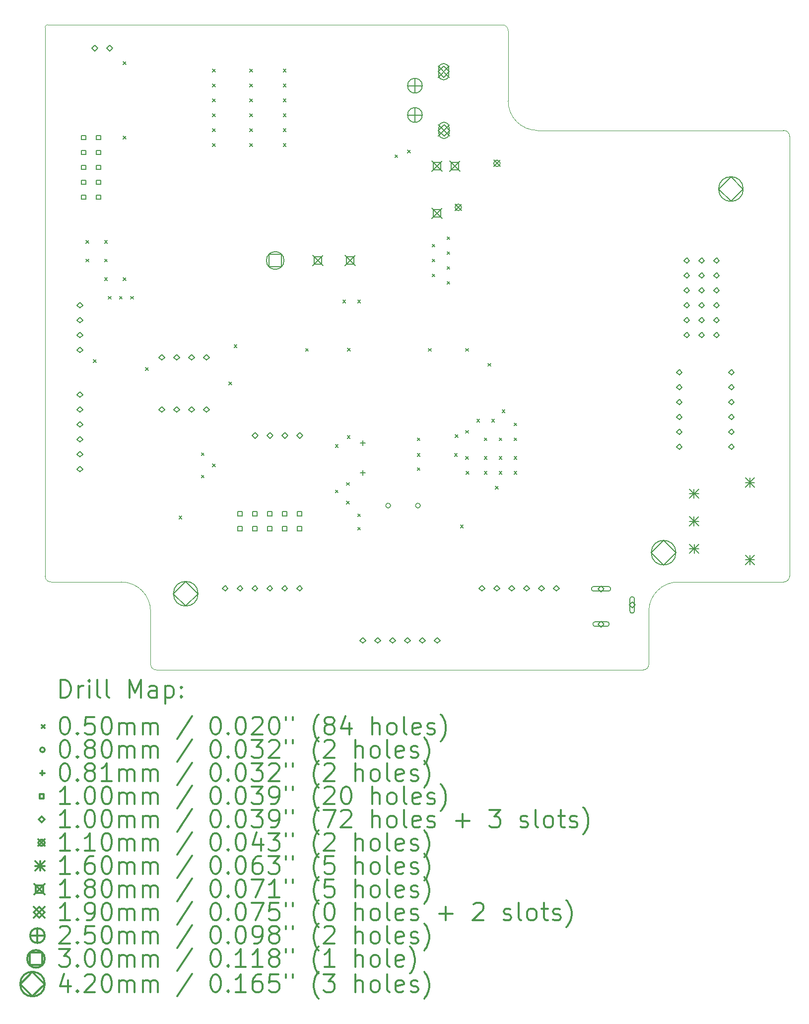
<source format=gbr>
%FSLAX45Y45*%
G04 Gerber Fmt 4.5, Leading zero omitted, Abs format (unit mm)*
G04 Created by KiCad (PCBNEW (2015-10-27 BZR 6284, Git 48df08c)-product) date Wed 09 Dec 2015 03:30:15 AM CET*
%MOMM*%
G01*
G04 APERTURE LIST*
%ADD10C,0.127000*%
%ADD11C,0.100000*%
%ADD12C,0.200000*%
%ADD13C,0.300000*%
G04 APERTURE END LIST*
D10*
D11*
X6240000Y-4300000D02*
X14000000Y-4300000D01*
X6200000Y-13700000D02*
X6200000Y-4340000D01*
X6240000Y-4300000D02*
G75*
G03X6200000Y-4340000I0J-40000D01*
G01*
X8000000Y-15200000D02*
X8000000Y-14300000D01*
X16400000Y-15300000D02*
X8100000Y-15300000D01*
X8000000Y-15200000D02*
G75*
G03X8100000Y-15300000I100000J0D01*
G01*
X16500000Y-15200000D02*
X16500000Y-14300000D01*
X16400000Y-15300000D02*
G75*
G03X16500000Y-15200000I0J100000D01*
G01*
X17000000Y-13800000D02*
X18800000Y-13800000D01*
X17000000Y-13800000D02*
G75*
G03X16500000Y-14300000I0J-500000D01*
G01*
X18900000Y-6200000D02*
X18900000Y-13700000D01*
X14600000Y-6100000D02*
X18800000Y-6100000D01*
X18800000Y-13800000D02*
G75*
G03X18900000Y-13700000I0J100000D01*
G01*
X18900000Y-6200000D02*
G75*
G03X18800000Y-6100000I-100000J0D01*
G01*
X14100000Y-4400000D02*
X14100000Y-5600000D01*
X14100000Y-5600000D02*
G75*
G03X14600000Y-6100000I500000J0D01*
G01*
X14100000Y-4400000D02*
G75*
G03X14000000Y-4300000I-100000J0D01*
G01*
X6300000Y-13800000D02*
X7500000Y-13800000D01*
X6200000Y-13700000D02*
G75*
G03X6300000Y-13800000I100000J0D01*
G01*
X8000000Y-14300000D02*
G75*
G03X7500000Y-13800000I-500000J0D01*
G01*
D12*
X6896500Y-7976000D02*
X6946500Y-8026000D01*
X6946500Y-7976000D02*
X6896500Y-8026000D01*
X6896500Y-8293500D02*
X6946500Y-8343500D01*
X6946500Y-8293500D02*
X6896500Y-8343500D01*
X7023500Y-10008000D02*
X7073500Y-10058000D01*
X7073500Y-10008000D02*
X7023500Y-10058000D01*
X7214000Y-7976000D02*
X7264000Y-8026000D01*
X7264000Y-7976000D02*
X7214000Y-8026000D01*
X7214000Y-8293500D02*
X7264000Y-8343500D01*
X7264000Y-8293500D02*
X7214000Y-8343500D01*
X7214000Y-8611000D02*
X7264000Y-8661000D01*
X7264000Y-8611000D02*
X7214000Y-8661000D01*
X7277500Y-8928500D02*
X7327500Y-8978500D01*
X7327500Y-8928500D02*
X7277500Y-8978500D01*
X7468000Y-8928500D02*
X7518000Y-8978500D01*
X7518000Y-8928500D02*
X7468000Y-8978500D01*
X7531500Y-4928000D02*
X7581500Y-4978000D01*
X7581500Y-4928000D02*
X7531500Y-4978000D01*
X7531500Y-6198000D02*
X7581500Y-6248000D01*
X7581500Y-6198000D02*
X7531500Y-6248000D01*
X7531500Y-8611000D02*
X7581500Y-8661000D01*
X7581500Y-8611000D02*
X7531500Y-8661000D01*
X7658500Y-8928500D02*
X7708500Y-8978500D01*
X7708500Y-8928500D02*
X7658500Y-8978500D01*
X7912500Y-10140292D02*
X7962500Y-10190292D01*
X7962500Y-10140292D02*
X7912500Y-10190292D01*
X8484000Y-12675000D02*
X8534000Y-12725000D01*
X8534000Y-12675000D02*
X8484000Y-12725000D01*
X8865000Y-11595500D02*
X8915000Y-11645500D01*
X8915000Y-11595500D02*
X8865000Y-11645500D01*
X8865000Y-11976500D02*
X8915000Y-12026500D01*
X8915000Y-11976500D02*
X8865000Y-12026500D01*
X9055500Y-5055000D02*
X9105500Y-5105000D01*
X9105500Y-5055000D02*
X9055500Y-5105000D01*
X9055500Y-5309000D02*
X9105500Y-5359000D01*
X9105500Y-5309000D02*
X9055500Y-5359000D01*
X9055500Y-5563000D02*
X9105500Y-5613000D01*
X9105500Y-5563000D02*
X9055500Y-5613000D01*
X9055500Y-5817000D02*
X9105500Y-5867000D01*
X9105500Y-5817000D02*
X9055500Y-5867000D01*
X9055500Y-6071000D02*
X9105500Y-6121000D01*
X9105500Y-6071000D02*
X9055500Y-6121000D01*
X9055500Y-6325000D02*
X9105500Y-6375000D01*
X9105500Y-6325000D02*
X9055500Y-6375000D01*
X9055500Y-11786000D02*
X9105500Y-11836000D01*
X9105500Y-11786000D02*
X9055500Y-11836000D01*
X9336557Y-10389000D02*
X9386557Y-10439000D01*
X9386557Y-10389000D02*
X9336557Y-10439000D01*
X9423800Y-9755501D02*
X9473800Y-9805501D01*
X9473800Y-9755501D02*
X9423800Y-9805501D01*
X9690500Y-5055000D02*
X9740500Y-5105000D01*
X9740500Y-5055000D02*
X9690500Y-5105000D01*
X9690500Y-5309000D02*
X9740500Y-5359000D01*
X9740500Y-5309000D02*
X9690500Y-5359000D01*
X9690500Y-5563000D02*
X9740500Y-5613000D01*
X9740500Y-5563000D02*
X9690500Y-5613000D01*
X9690500Y-5817000D02*
X9740500Y-5867000D01*
X9740500Y-5817000D02*
X9690500Y-5867000D01*
X9690500Y-6071000D02*
X9740500Y-6121000D01*
X9740500Y-6071000D02*
X9690500Y-6121000D01*
X9690500Y-6325000D02*
X9740500Y-6375000D01*
X9740500Y-6325000D02*
X9690500Y-6375000D01*
X10262000Y-5055000D02*
X10312000Y-5105000D01*
X10312000Y-5055000D02*
X10262000Y-5105000D01*
X10262000Y-5309000D02*
X10312000Y-5359000D01*
X10312000Y-5309000D02*
X10262000Y-5359000D01*
X10262000Y-5563000D02*
X10312000Y-5613000D01*
X10312000Y-5563000D02*
X10262000Y-5613000D01*
X10262000Y-5817000D02*
X10312000Y-5867000D01*
X10312000Y-5817000D02*
X10262000Y-5867000D01*
X10262000Y-6071000D02*
X10312000Y-6121000D01*
X10312000Y-6071000D02*
X10262000Y-6121000D01*
X10262000Y-6325000D02*
X10312000Y-6375000D01*
X10312000Y-6325000D02*
X10262000Y-6375000D01*
X10643000Y-9817500D02*
X10693000Y-9867500D01*
X10693000Y-9817500D02*
X10643000Y-9867500D01*
X11151000Y-11451749D02*
X11201000Y-11501749D01*
X11201000Y-11451749D02*
X11151000Y-11501749D01*
X11151000Y-12230500D02*
X11201000Y-12280500D01*
X11201000Y-12230500D02*
X11151000Y-12280500D01*
X11278000Y-8992000D02*
X11328000Y-9042000D01*
X11328000Y-8992000D02*
X11278000Y-9042000D01*
X11341500Y-12103500D02*
X11391500Y-12153500D01*
X11391500Y-12103500D02*
X11341500Y-12153500D01*
X11341500Y-12421000D02*
X11391500Y-12471000D01*
X11391500Y-12421000D02*
X11341500Y-12471000D01*
X11354200Y-11303400D02*
X11404200Y-11353400D01*
X11404200Y-11303400D02*
X11354200Y-11353400D01*
X11355326Y-9815000D02*
X11405326Y-9865000D01*
X11405326Y-9815000D02*
X11355326Y-9865000D01*
X11532000Y-8992000D02*
X11582000Y-9042000D01*
X11582000Y-8992000D02*
X11532000Y-9042000D01*
X11532000Y-12636749D02*
X11582000Y-12686749D01*
X11582000Y-12636749D02*
X11532000Y-12686749D01*
X11532000Y-12865500D02*
X11582000Y-12915500D01*
X11582000Y-12865500D02*
X11532000Y-12915500D01*
X12167000Y-6515500D02*
X12217000Y-6565500D01*
X12217000Y-6515500D02*
X12167000Y-6565500D01*
X12381201Y-6437601D02*
X12431201Y-6487601D01*
X12431201Y-6437601D02*
X12381201Y-6487601D01*
X12548000Y-11341500D02*
X12598000Y-11391500D01*
X12598000Y-11341500D02*
X12548000Y-11391500D01*
X12548000Y-11608351D02*
X12598000Y-11658351D01*
X12598000Y-11608351D02*
X12548000Y-11658351D01*
X12548000Y-11849500D02*
X12598000Y-11899500D01*
X12598000Y-11849500D02*
X12548000Y-11899500D01*
X12738500Y-9817500D02*
X12788500Y-9867500D01*
X12788500Y-9817500D02*
X12738500Y-9867500D01*
X12802000Y-8039500D02*
X12852000Y-8089500D01*
X12852000Y-8039500D02*
X12802000Y-8089500D01*
X12802000Y-8293500D02*
X12852000Y-8343500D01*
X12852000Y-8293500D02*
X12802000Y-8343500D01*
X12802000Y-8547500D02*
X12852000Y-8597500D01*
X12852000Y-8547500D02*
X12802000Y-8597500D01*
X13056000Y-7912500D02*
X13106000Y-7962500D01*
X13106000Y-7912500D02*
X13056000Y-7962500D01*
X13056000Y-8166500D02*
X13106000Y-8216500D01*
X13106000Y-8166500D02*
X13056000Y-8216500D01*
X13056000Y-8420500D02*
X13106000Y-8470500D01*
X13106000Y-8420500D02*
X13056000Y-8470500D01*
X13056000Y-8674500D02*
X13106000Y-8724500D01*
X13106000Y-8674500D02*
X13056000Y-8724500D01*
X13183000Y-11608733D02*
X13233000Y-11658733D01*
X13233000Y-11608733D02*
X13183000Y-11658733D01*
X13197472Y-11287588D02*
X13247472Y-11337588D01*
X13247472Y-11287588D02*
X13197472Y-11337588D01*
X13284600Y-12827400D02*
X13334600Y-12877400D01*
X13334600Y-12827400D02*
X13284600Y-12877400D01*
X13373500Y-9817500D02*
X13423500Y-9867500D01*
X13423500Y-9817500D02*
X13373500Y-9867500D01*
X13373500Y-11214500D02*
X13423500Y-11264500D01*
X13423500Y-11214500D02*
X13373500Y-11264500D01*
X13373500Y-11659000D02*
X13423500Y-11709000D01*
X13423500Y-11659000D02*
X13373500Y-11709000D01*
X13382778Y-11913000D02*
X13432778Y-11963000D01*
X13432778Y-11913000D02*
X13382778Y-11963000D01*
X13564000Y-11024000D02*
X13614000Y-11074000D01*
X13614000Y-11024000D02*
X13564000Y-11074000D01*
X13691000Y-11341500D02*
X13741000Y-11391500D01*
X13741000Y-11341500D02*
X13691000Y-11391500D01*
X13691000Y-11659000D02*
X13741000Y-11709000D01*
X13741000Y-11659000D02*
X13691000Y-11709000D01*
X13691000Y-11659000D02*
X13741000Y-11709000D01*
X13741000Y-11659000D02*
X13691000Y-11709000D01*
X13691000Y-11913000D02*
X13741000Y-11963000D01*
X13741000Y-11913000D02*
X13691000Y-11963000D01*
X13754500Y-10071500D02*
X13804500Y-10121500D01*
X13804500Y-10071500D02*
X13754500Y-10121500D01*
X13818000Y-11024000D02*
X13868000Y-11074000D01*
X13868000Y-11024000D02*
X13818000Y-11074000D01*
X13881500Y-12167000D02*
X13931500Y-12217000D01*
X13931500Y-12167000D02*
X13881500Y-12217000D01*
X13945000Y-11341500D02*
X13995000Y-11391500D01*
X13995000Y-11341500D02*
X13945000Y-11391500D01*
X13945000Y-11659000D02*
X13995000Y-11709000D01*
X13995000Y-11659000D02*
X13945000Y-11709000D01*
X13945000Y-11913000D02*
X13995000Y-11963000D01*
X13995000Y-11913000D02*
X13945000Y-11963000D01*
X13995573Y-10866271D02*
X14045573Y-10916271D01*
X14045573Y-10866271D02*
X13995573Y-10916271D01*
X14199000Y-11087500D02*
X14249000Y-11137500D01*
X14249000Y-11087500D02*
X14199000Y-11137500D01*
X14199000Y-11341500D02*
X14249000Y-11391500D01*
X14249000Y-11341500D02*
X14199000Y-11391500D01*
X14199000Y-11659000D02*
X14249000Y-11709000D01*
X14249000Y-11659000D02*
X14199000Y-11709000D01*
X14199000Y-11913000D02*
X14249000Y-11963000D01*
X14249000Y-11913000D02*
X14199000Y-11963000D01*
X12092305Y-12496800D02*
G75*
G03X12092305Y-12496800I-40005J0D01*
G01*
X12600305Y-12496800D02*
G75*
G03X12600305Y-12496800I-40005J0D01*
G01*
X11620500Y-11389360D02*
X11620500Y-11470640D01*
X11579860Y-11430000D02*
X11661140Y-11430000D01*
X11620500Y-11897360D02*
X11620500Y-11978640D01*
X11579860Y-11938000D02*
X11661140Y-11938000D01*
X6893356Y-6258356D02*
X6893356Y-6187644D01*
X6822644Y-6187644D01*
X6822644Y-6258356D01*
X6893356Y-6258356D01*
X6893356Y-6512356D02*
X6893356Y-6441644D01*
X6822644Y-6441644D01*
X6822644Y-6512356D01*
X6893356Y-6512356D01*
X6893356Y-6766356D02*
X6893356Y-6695644D01*
X6822644Y-6695644D01*
X6822644Y-6766356D01*
X6893356Y-6766356D01*
X6893356Y-7020356D02*
X6893356Y-6949644D01*
X6822644Y-6949644D01*
X6822644Y-7020356D01*
X6893356Y-7020356D01*
X6893356Y-7274356D02*
X6893356Y-7203644D01*
X6822644Y-7203644D01*
X6822644Y-7274356D01*
X6893356Y-7274356D01*
X7147356Y-6258356D02*
X7147356Y-6187644D01*
X7076644Y-6187644D01*
X7076644Y-6258356D01*
X7147356Y-6258356D01*
X7147356Y-6512356D02*
X7147356Y-6441644D01*
X7076644Y-6441644D01*
X7076644Y-6512356D01*
X7147356Y-6512356D01*
X7147356Y-6766356D02*
X7147356Y-6695644D01*
X7076644Y-6695644D01*
X7076644Y-6766356D01*
X7147356Y-6766356D01*
X7147356Y-7020356D02*
X7147356Y-6949644D01*
X7076644Y-6949644D01*
X7076644Y-7020356D01*
X7147356Y-7020356D01*
X7147356Y-7274356D02*
X7147356Y-7203644D01*
X7076644Y-7203644D01*
X7076644Y-7274356D01*
X7147356Y-7274356D01*
X9560356Y-12671856D02*
X9560356Y-12601144D01*
X9489644Y-12601144D01*
X9489644Y-12671856D01*
X9560356Y-12671856D01*
X9560356Y-12925856D02*
X9560356Y-12855144D01*
X9489644Y-12855144D01*
X9489644Y-12925856D01*
X9560356Y-12925856D01*
X9814356Y-12671856D02*
X9814356Y-12601144D01*
X9743644Y-12601144D01*
X9743644Y-12671856D01*
X9814356Y-12671856D01*
X9814356Y-12925856D02*
X9814356Y-12855144D01*
X9743644Y-12855144D01*
X9743644Y-12925856D01*
X9814356Y-12925856D01*
X10068356Y-12671856D02*
X10068356Y-12601144D01*
X9997644Y-12601144D01*
X9997644Y-12671856D01*
X10068356Y-12671856D01*
X10068356Y-12925856D02*
X10068356Y-12855144D01*
X9997644Y-12855144D01*
X9997644Y-12925856D01*
X10068356Y-12925856D01*
X10322356Y-12671856D02*
X10322356Y-12601144D01*
X10251644Y-12601144D01*
X10251644Y-12671856D01*
X10322356Y-12671856D01*
X10322356Y-12925856D02*
X10322356Y-12855144D01*
X10251644Y-12855144D01*
X10251644Y-12925856D01*
X10322356Y-12925856D01*
X10576356Y-12671856D02*
X10576356Y-12601144D01*
X10505644Y-12601144D01*
X10505644Y-12671856D01*
X10576356Y-12671856D01*
X10576356Y-12925856D02*
X10576356Y-12855144D01*
X10505644Y-12855144D01*
X10505644Y-12925856D01*
X10576356Y-12925856D01*
X6794500Y-9130538D02*
X6844538Y-9080500D01*
X6794500Y-9030462D01*
X6744462Y-9080500D01*
X6794500Y-9130538D01*
X6794500Y-9384538D02*
X6844538Y-9334500D01*
X6794500Y-9284462D01*
X6744462Y-9334500D01*
X6794500Y-9384538D01*
X6794500Y-9638538D02*
X6844538Y-9588500D01*
X6794500Y-9538462D01*
X6744462Y-9588500D01*
X6794500Y-9638538D01*
X6794500Y-9892538D02*
X6844538Y-9842500D01*
X6794500Y-9792462D01*
X6744462Y-9842500D01*
X6794500Y-9892538D01*
X6794500Y-10654538D02*
X6844538Y-10604500D01*
X6794500Y-10554462D01*
X6744462Y-10604500D01*
X6794500Y-10654538D01*
X6794500Y-10908538D02*
X6844538Y-10858500D01*
X6794500Y-10808462D01*
X6744462Y-10858500D01*
X6794500Y-10908538D01*
X6794500Y-11162538D02*
X6844538Y-11112500D01*
X6794500Y-11062462D01*
X6744462Y-11112500D01*
X6794500Y-11162538D01*
X6794500Y-11416538D02*
X6844538Y-11366500D01*
X6794500Y-11316462D01*
X6744462Y-11366500D01*
X6794500Y-11416538D01*
X6794500Y-11670538D02*
X6844538Y-11620500D01*
X6794500Y-11570462D01*
X6744462Y-11620500D01*
X6794500Y-11670538D01*
X6794500Y-11924538D02*
X6844538Y-11874500D01*
X6794500Y-11824462D01*
X6744462Y-11874500D01*
X6794500Y-11924538D01*
X7048500Y-4749038D02*
X7098538Y-4699000D01*
X7048500Y-4648962D01*
X6998462Y-4699000D01*
X7048500Y-4749038D01*
X7302500Y-4749038D02*
X7352538Y-4699000D01*
X7302500Y-4648962D01*
X7252462Y-4699000D01*
X7302500Y-4749038D01*
X8191500Y-10019538D02*
X8241538Y-9969500D01*
X8191500Y-9919462D01*
X8141462Y-9969500D01*
X8191500Y-10019538D01*
X8191500Y-10908538D02*
X8241538Y-10858500D01*
X8191500Y-10808462D01*
X8141462Y-10858500D01*
X8191500Y-10908538D01*
X8445500Y-10019538D02*
X8495538Y-9969500D01*
X8445500Y-9919462D01*
X8395462Y-9969500D01*
X8445500Y-10019538D01*
X8445500Y-10908538D02*
X8495538Y-10858500D01*
X8445500Y-10808462D01*
X8395462Y-10858500D01*
X8445500Y-10908538D01*
X8699500Y-10019538D02*
X8749538Y-9969500D01*
X8699500Y-9919462D01*
X8649462Y-9969500D01*
X8699500Y-10019538D01*
X8699500Y-10908538D02*
X8749538Y-10858500D01*
X8699500Y-10808462D01*
X8649462Y-10858500D01*
X8699500Y-10908538D01*
X8953500Y-10019538D02*
X9003538Y-9969500D01*
X8953500Y-9919462D01*
X8903462Y-9969500D01*
X8953500Y-10019538D01*
X8953500Y-10908538D02*
X9003538Y-10858500D01*
X8953500Y-10808462D01*
X8903462Y-10858500D01*
X8953500Y-10908538D01*
X9271000Y-13956538D02*
X9321038Y-13906500D01*
X9271000Y-13856462D01*
X9220962Y-13906500D01*
X9271000Y-13956538D01*
X9525000Y-13956538D02*
X9575038Y-13906500D01*
X9525000Y-13856462D01*
X9474962Y-13906500D01*
X9525000Y-13956538D01*
X9779000Y-13956538D02*
X9829038Y-13906500D01*
X9779000Y-13856462D01*
X9728962Y-13906500D01*
X9779000Y-13956538D01*
X9784080Y-11353038D02*
X9834118Y-11303000D01*
X9784080Y-11252962D01*
X9734042Y-11303000D01*
X9784080Y-11353038D01*
X10033000Y-13956538D02*
X10083038Y-13906500D01*
X10033000Y-13856462D01*
X9982962Y-13906500D01*
X10033000Y-13956538D01*
X10038080Y-11353038D02*
X10088118Y-11303000D01*
X10038080Y-11252962D01*
X9988042Y-11303000D01*
X10038080Y-11353038D01*
X10287000Y-13956538D02*
X10337038Y-13906500D01*
X10287000Y-13856462D01*
X10236962Y-13906500D01*
X10287000Y-13956538D01*
X10292080Y-11353038D02*
X10342118Y-11303000D01*
X10292080Y-11252962D01*
X10242042Y-11303000D01*
X10292080Y-11353038D01*
X10541000Y-13956538D02*
X10591038Y-13906500D01*
X10541000Y-13856462D01*
X10490962Y-13906500D01*
X10541000Y-13956538D01*
X10546080Y-11353038D02*
X10596118Y-11303000D01*
X10546080Y-11252962D01*
X10496042Y-11303000D01*
X10546080Y-11353038D01*
X11620500Y-14845538D02*
X11670538Y-14795500D01*
X11620500Y-14745462D01*
X11570462Y-14795500D01*
X11620500Y-14845538D01*
X11874500Y-14845538D02*
X11924538Y-14795500D01*
X11874500Y-14745462D01*
X11824462Y-14795500D01*
X11874500Y-14845538D01*
X12128500Y-14845538D02*
X12178538Y-14795500D01*
X12128500Y-14745462D01*
X12078462Y-14795500D01*
X12128500Y-14845538D01*
X12382500Y-14845538D02*
X12432538Y-14795500D01*
X12382500Y-14745462D01*
X12332462Y-14795500D01*
X12382500Y-14845538D01*
X12636500Y-14845538D02*
X12686538Y-14795500D01*
X12636500Y-14745462D01*
X12586462Y-14795500D01*
X12636500Y-14845538D01*
X12890500Y-14845538D02*
X12940538Y-14795500D01*
X12890500Y-14745462D01*
X12840462Y-14795500D01*
X12890500Y-14845538D01*
X13652500Y-13956538D02*
X13702538Y-13906500D01*
X13652500Y-13856462D01*
X13602462Y-13906500D01*
X13652500Y-13956538D01*
X13906500Y-13956538D02*
X13956538Y-13906500D01*
X13906500Y-13856462D01*
X13856462Y-13906500D01*
X13906500Y-13956538D01*
X14160500Y-13956538D02*
X14210538Y-13906500D01*
X14160500Y-13856462D01*
X14110462Y-13906500D01*
X14160500Y-13956538D01*
X14414500Y-13956538D02*
X14464538Y-13906500D01*
X14414500Y-13856462D01*
X14364462Y-13906500D01*
X14414500Y-13956538D01*
X14668500Y-13956538D02*
X14718538Y-13906500D01*
X14668500Y-13856462D01*
X14618462Y-13906500D01*
X14668500Y-13956538D01*
X14922500Y-13956538D02*
X14972538Y-13906500D01*
X14922500Y-13856462D01*
X14872462Y-13906500D01*
X14922500Y-13956538D01*
X15684500Y-13966444D02*
X15734538Y-13916406D01*
X15684500Y-13866368D01*
X15634462Y-13916406D01*
X15684500Y-13966444D01*
X15559532Y-13956444D02*
X15809468Y-13956444D01*
X15559532Y-13876368D02*
X15809468Y-13876368D01*
X15809468Y-13956444D02*
G75*
G03X15809468Y-13876368I0J40038D01*
G01*
X15559532Y-13876368D02*
G75*
G03X15559532Y-13956444I0J-40038D01*
G01*
X15684500Y-14566646D02*
X15734538Y-14516608D01*
X15684500Y-14466570D01*
X15634462Y-14516608D01*
X15684500Y-14566646D01*
X15584551Y-14556646D02*
X15784449Y-14556646D01*
X15584551Y-14476570D02*
X15784449Y-14476570D01*
X15784449Y-14556646D02*
G75*
G03X15784449Y-14476570I0J40038D01*
G01*
X15584551Y-14476570D02*
G75*
G03X15584551Y-14556646I0J-40038D01*
G01*
X16214598Y-14241526D02*
X16264636Y-14191488D01*
X16214598Y-14141450D01*
X16164560Y-14191488D01*
X16214598Y-14241526D01*
X16174560Y-14091539D02*
X16174560Y-14291437D01*
X16254636Y-14091539D02*
X16254636Y-14291437D01*
X16174560Y-14291437D02*
G75*
G03X16254636Y-14291437I40038J0D01*
G01*
X16254636Y-14091539D02*
G75*
G03X16174560Y-14091539I-40038J0D01*
G01*
X17018000Y-10273538D02*
X17068038Y-10223500D01*
X17018000Y-10173462D01*
X16967962Y-10223500D01*
X17018000Y-10273538D01*
X17018000Y-10527538D02*
X17068038Y-10477500D01*
X17018000Y-10427462D01*
X16967962Y-10477500D01*
X17018000Y-10527538D01*
X17018000Y-10781538D02*
X17068038Y-10731500D01*
X17018000Y-10681462D01*
X16967962Y-10731500D01*
X17018000Y-10781538D01*
X17018000Y-11035538D02*
X17068038Y-10985500D01*
X17018000Y-10935462D01*
X16967962Y-10985500D01*
X17018000Y-11035538D01*
X17018000Y-11289538D02*
X17068038Y-11239500D01*
X17018000Y-11189462D01*
X16967962Y-11239500D01*
X17018000Y-11289538D01*
X17018000Y-11543538D02*
X17068038Y-11493500D01*
X17018000Y-11443462D01*
X16967962Y-11493500D01*
X17018000Y-11543538D01*
X17145000Y-8368538D02*
X17195038Y-8318500D01*
X17145000Y-8268462D01*
X17094962Y-8318500D01*
X17145000Y-8368538D01*
X17145000Y-8622538D02*
X17195038Y-8572500D01*
X17145000Y-8522462D01*
X17094962Y-8572500D01*
X17145000Y-8622538D01*
X17145000Y-8876538D02*
X17195038Y-8826500D01*
X17145000Y-8776462D01*
X17094962Y-8826500D01*
X17145000Y-8876538D01*
X17145000Y-9130538D02*
X17195038Y-9080500D01*
X17145000Y-9030462D01*
X17094962Y-9080500D01*
X17145000Y-9130538D01*
X17145000Y-9384538D02*
X17195038Y-9334500D01*
X17145000Y-9284462D01*
X17094962Y-9334500D01*
X17145000Y-9384538D01*
X17145000Y-9638538D02*
X17195038Y-9588500D01*
X17145000Y-9538462D01*
X17094962Y-9588500D01*
X17145000Y-9638538D01*
X17399000Y-8368538D02*
X17449038Y-8318500D01*
X17399000Y-8268462D01*
X17348962Y-8318500D01*
X17399000Y-8368538D01*
X17399000Y-8622538D02*
X17449038Y-8572500D01*
X17399000Y-8522462D01*
X17348962Y-8572500D01*
X17399000Y-8622538D01*
X17399000Y-8876538D02*
X17449038Y-8826500D01*
X17399000Y-8776462D01*
X17348962Y-8826500D01*
X17399000Y-8876538D01*
X17399000Y-9130538D02*
X17449038Y-9080500D01*
X17399000Y-9030462D01*
X17348962Y-9080500D01*
X17399000Y-9130538D01*
X17399000Y-9384538D02*
X17449038Y-9334500D01*
X17399000Y-9284462D01*
X17348962Y-9334500D01*
X17399000Y-9384538D01*
X17399000Y-9638538D02*
X17449038Y-9588500D01*
X17399000Y-9538462D01*
X17348962Y-9588500D01*
X17399000Y-9638538D01*
X17653000Y-8368538D02*
X17703038Y-8318500D01*
X17653000Y-8268462D01*
X17602962Y-8318500D01*
X17653000Y-8368538D01*
X17653000Y-8622538D02*
X17703038Y-8572500D01*
X17653000Y-8522462D01*
X17602962Y-8572500D01*
X17653000Y-8622538D01*
X17653000Y-8876538D02*
X17703038Y-8826500D01*
X17653000Y-8776462D01*
X17602962Y-8826500D01*
X17653000Y-8876538D01*
X17653000Y-9130538D02*
X17703038Y-9080500D01*
X17653000Y-9030462D01*
X17602962Y-9080500D01*
X17653000Y-9130538D01*
X17653000Y-9384538D02*
X17703038Y-9334500D01*
X17653000Y-9284462D01*
X17602962Y-9334500D01*
X17653000Y-9384538D01*
X17653000Y-9638538D02*
X17703038Y-9588500D01*
X17653000Y-9538462D01*
X17602962Y-9588500D01*
X17653000Y-9638538D01*
X17907000Y-10273538D02*
X17957038Y-10223500D01*
X17907000Y-10173462D01*
X17856962Y-10223500D01*
X17907000Y-10273538D01*
X17907000Y-10527538D02*
X17957038Y-10477500D01*
X17907000Y-10427462D01*
X17856962Y-10477500D01*
X17907000Y-10527538D01*
X17907000Y-10781538D02*
X17957038Y-10731500D01*
X17907000Y-10681462D01*
X17856962Y-10731500D01*
X17907000Y-10781538D01*
X17907000Y-11035538D02*
X17957038Y-10985500D01*
X17907000Y-10935462D01*
X17856962Y-10985500D01*
X17907000Y-11035538D01*
X17907000Y-11289538D02*
X17957038Y-11239500D01*
X17907000Y-11189462D01*
X17856962Y-11239500D01*
X17907000Y-11289538D01*
X17907000Y-11543538D02*
X17957038Y-11493500D01*
X17907000Y-11443462D01*
X17856962Y-11493500D01*
X17907000Y-11543538D01*
X13193500Y-7357000D02*
X13303500Y-7467000D01*
X13303500Y-7357000D02*
X13193500Y-7467000D01*
X13303500Y-7412000D02*
G75*
G03X13303500Y-7412000I-55000J0D01*
G01*
X13853500Y-6607000D02*
X13963500Y-6717000D01*
X13963500Y-6607000D02*
X13853500Y-6717000D01*
X13963500Y-6662000D02*
G75*
G03X13963500Y-6662000I-55000J0D01*
G01*
X17191746Y-12213600D02*
X17351746Y-12373600D01*
X17351746Y-12213600D02*
X17191746Y-12373600D01*
X17271746Y-12213600D02*
X17271746Y-12373600D01*
X17191746Y-12293600D02*
X17351746Y-12293600D01*
X17191746Y-12683500D02*
X17351746Y-12843500D01*
X17351746Y-12683500D02*
X17191746Y-12843500D01*
X17271746Y-12683500D02*
X17271746Y-12843500D01*
X17191746Y-12763500D02*
X17351746Y-12763500D01*
X17192000Y-13153400D02*
X17352000Y-13313400D01*
X17352000Y-13153400D02*
X17192000Y-13313400D01*
X17272000Y-13153400D02*
X17272000Y-13313400D01*
X17192000Y-13233400D02*
X17352000Y-13233400D01*
X18144500Y-12023862D02*
X18304500Y-12183862D01*
X18304500Y-12023862D02*
X18144500Y-12183862D01*
X18224500Y-12023862D02*
X18224500Y-12183862D01*
X18144500Y-12103862D02*
X18304500Y-12103862D01*
X18144500Y-13343138D02*
X18304500Y-13503138D01*
X18304500Y-13343138D02*
X18144500Y-13503138D01*
X18224500Y-13343138D02*
X18224500Y-13503138D01*
X18144500Y-13423138D02*
X18304500Y-13423138D01*
X10766500Y-8228500D02*
X10946500Y-8408500D01*
X10946500Y-8228500D02*
X10766500Y-8408500D01*
X10920140Y-8382140D02*
X10920140Y-8254860D01*
X10792860Y-8254860D01*
X10792860Y-8382140D01*
X10920140Y-8382140D01*
X11316500Y-8228500D02*
X11496500Y-8408500D01*
X11496500Y-8228500D02*
X11316500Y-8408500D01*
X11470140Y-8382140D02*
X11470140Y-8254860D01*
X11342860Y-8254860D01*
X11342860Y-8382140D01*
X11470140Y-8382140D01*
X12798500Y-6622000D02*
X12978500Y-6802000D01*
X12978500Y-6622000D02*
X12798500Y-6802000D01*
X12952140Y-6775640D02*
X12952140Y-6648360D01*
X12824860Y-6648360D01*
X12824860Y-6775640D01*
X12952140Y-6775640D01*
X12798500Y-7422000D02*
X12978500Y-7602000D01*
X12978500Y-7422000D02*
X12798500Y-7602000D01*
X12952140Y-7575640D02*
X12952140Y-7448360D01*
X12824860Y-7448360D01*
X12824860Y-7575640D01*
X12952140Y-7575640D01*
X13098500Y-6622000D02*
X13278500Y-6802000D01*
X13278500Y-6622000D02*
X13098500Y-6802000D01*
X13252140Y-6775640D02*
X13252140Y-6648360D01*
X13124860Y-6648360D01*
X13124860Y-6775640D01*
X13252140Y-6775640D01*
X12905000Y-5005000D02*
X13095000Y-5195000D01*
X13095000Y-5005000D02*
X12905000Y-5195000D01*
X13000000Y-5195000D02*
X13095000Y-5100000D01*
X13000000Y-5005000D01*
X12905000Y-5100000D01*
X13000000Y-5195000D01*
X12915000Y-5045000D02*
X12915000Y-5155000D01*
X13085000Y-5045000D02*
X13085000Y-5155000D01*
X12915000Y-5155000D02*
G75*
G03X13085000Y-5155000I85000J0D01*
G01*
X13085000Y-5045000D02*
G75*
G03X12915000Y-5045000I-85000J0D01*
G01*
X12909800Y-6005000D02*
X13099800Y-6195000D01*
X13099800Y-6005000D02*
X12909800Y-6195000D01*
X13004800Y-6195000D02*
X13099800Y-6100000D01*
X13004800Y-6005000D01*
X12909800Y-6100000D01*
X13004800Y-6195000D01*
X12919800Y-6045000D02*
X12919800Y-6155000D01*
X13089800Y-6045000D02*
X13089800Y-6155000D01*
X12919800Y-6155000D02*
G75*
G03X13089800Y-6155000I85000J0D01*
G01*
X13089800Y-6045000D02*
G75*
G03X12919800Y-6045000I-85000J0D01*
G01*
X12509500Y-5213000D02*
X12509500Y-5463000D01*
X12384500Y-5338000D02*
X12634500Y-5338000D01*
X12634500Y-5338000D02*
G75*
G03X12634500Y-5338000I-125000J0D01*
G01*
X12509500Y-5713000D02*
X12509500Y-5963000D01*
X12384500Y-5838000D02*
X12634500Y-5838000D01*
X12634500Y-5838000D02*
G75*
G03X12634500Y-5838000I-125000J0D01*
G01*
X10232567Y-8424567D02*
X10232567Y-8212433D01*
X10020433Y-8212433D01*
X10020433Y-8424567D01*
X10232567Y-8424567D01*
X10276500Y-8318500D02*
G75*
G03X10276500Y-8318500I-150000J0D01*
G01*
X8600000Y-14210000D02*
X8810000Y-14000000D01*
X8600000Y-13790000D01*
X8390000Y-14000000D01*
X8600000Y-14210000D01*
X8810000Y-14000000D02*
G75*
G03X8810000Y-14000000I-210000J0D01*
G01*
X16751300Y-13510000D02*
X16961300Y-13300000D01*
X16751300Y-13090000D01*
X16541300Y-13300000D01*
X16751300Y-13510000D01*
X16961300Y-13300000D02*
G75*
G03X16961300Y-13300000I-210000J0D01*
G01*
X17900000Y-7310000D02*
X18110000Y-7100000D01*
X17900000Y-6890000D01*
X17690000Y-7100000D01*
X17900000Y-7310000D01*
X18110000Y-7100000D02*
G75*
G03X18110000Y-7100000I-210000J0D01*
G01*
D13*
X6466428Y-15770714D02*
X6466428Y-15470714D01*
X6537857Y-15470714D01*
X6580714Y-15485000D01*
X6609286Y-15513571D01*
X6623571Y-15542143D01*
X6637857Y-15599286D01*
X6637857Y-15642143D01*
X6623571Y-15699286D01*
X6609286Y-15727857D01*
X6580714Y-15756429D01*
X6537857Y-15770714D01*
X6466428Y-15770714D01*
X6766428Y-15770714D02*
X6766428Y-15570714D01*
X6766428Y-15627857D02*
X6780714Y-15599286D01*
X6795000Y-15585000D01*
X6823571Y-15570714D01*
X6852143Y-15570714D01*
X6952143Y-15770714D02*
X6952143Y-15570714D01*
X6952143Y-15470714D02*
X6937857Y-15485000D01*
X6952143Y-15499286D01*
X6966428Y-15485000D01*
X6952143Y-15470714D01*
X6952143Y-15499286D01*
X7137857Y-15770714D02*
X7109286Y-15756429D01*
X7095000Y-15727857D01*
X7095000Y-15470714D01*
X7295000Y-15770714D02*
X7266428Y-15756429D01*
X7252143Y-15727857D01*
X7252143Y-15470714D01*
X7637857Y-15770714D02*
X7637857Y-15470714D01*
X7737857Y-15685000D01*
X7837857Y-15470714D01*
X7837857Y-15770714D01*
X8109286Y-15770714D02*
X8109286Y-15613571D01*
X8095000Y-15585000D01*
X8066428Y-15570714D01*
X8009286Y-15570714D01*
X7980714Y-15585000D01*
X8109286Y-15756429D02*
X8080714Y-15770714D01*
X8009286Y-15770714D01*
X7980714Y-15756429D01*
X7966428Y-15727857D01*
X7966428Y-15699286D01*
X7980714Y-15670714D01*
X8009286Y-15656429D01*
X8080714Y-15656429D01*
X8109286Y-15642143D01*
X8252143Y-15570714D02*
X8252143Y-15870714D01*
X8252143Y-15585000D02*
X8280714Y-15570714D01*
X8337857Y-15570714D01*
X8366428Y-15585000D01*
X8380714Y-15599286D01*
X8395000Y-15627857D01*
X8395000Y-15713571D01*
X8380714Y-15742143D01*
X8366428Y-15756429D01*
X8337857Y-15770714D01*
X8280714Y-15770714D01*
X8252143Y-15756429D01*
X8523571Y-15742143D02*
X8537857Y-15756429D01*
X8523571Y-15770714D01*
X8509286Y-15756429D01*
X8523571Y-15742143D01*
X8523571Y-15770714D01*
X8523571Y-15585000D02*
X8537857Y-15599286D01*
X8523571Y-15613571D01*
X8509286Y-15599286D01*
X8523571Y-15585000D01*
X8523571Y-15613571D01*
X6145000Y-16240000D02*
X6195000Y-16290000D01*
X6195000Y-16240000D02*
X6145000Y-16290000D01*
X6523571Y-16100714D02*
X6552143Y-16100714D01*
X6580714Y-16115000D01*
X6595000Y-16129286D01*
X6609286Y-16157857D01*
X6623571Y-16215000D01*
X6623571Y-16286429D01*
X6609286Y-16343571D01*
X6595000Y-16372143D01*
X6580714Y-16386429D01*
X6552143Y-16400714D01*
X6523571Y-16400714D01*
X6495000Y-16386429D01*
X6480714Y-16372143D01*
X6466428Y-16343571D01*
X6452143Y-16286429D01*
X6452143Y-16215000D01*
X6466428Y-16157857D01*
X6480714Y-16129286D01*
X6495000Y-16115000D01*
X6523571Y-16100714D01*
X6752143Y-16372143D02*
X6766428Y-16386429D01*
X6752143Y-16400714D01*
X6737857Y-16386429D01*
X6752143Y-16372143D01*
X6752143Y-16400714D01*
X7037857Y-16100714D02*
X6895000Y-16100714D01*
X6880714Y-16243571D01*
X6895000Y-16229286D01*
X6923571Y-16215000D01*
X6995000Y-16215000D01*
X7023571Y-16229286D01*
X7037857Y-16243571D01*
X7052143Y-16272143D01*
X7052143Y-16343571D01*
X7037857Y-16372143D01*
X7023571Y-16386429D01*
X6995000Y-16400714D01*
X6923571Y-16400714D01*
X6895000Y-16386429D01*
X6880714Y-16372143D01*
X7237857Y-16100714D02*
X7266428Y-16100714D01*
X7295000Y-16115000D01*
X7309286Y-16129286D01*
X7323571Y-16157857D01*
X7337857Y-16215000D01*
X7337857Y-16286429D01*
X7323571Y-16343571D01*
X7309286Y-16372143D01*
X7295000Y-16386429D01*
X7266428Y-16400714D01*
X7237857Y-16400714D01*
X7209286Y-16386429D01*
X7195000Y-16372143D01*
X7180714Y-16343571D01*
X7166428Y-16286429D01*
X7166428Y-16215000D01*
X7180714Y-16157857D01*
X7195000Y-16129286D01*
X7209286Y-16115000D01*
X7237857Y-16100714D01*
X7466428Y-16400714D02*
X7466428Y-16200714D01*
X7466428Y-16229286D02*
X7480714Y-16215000D01*
X7509286Y-16200714D01*
X7552143Y-16200714D01*
X7580714Y-16215000D01*
X7595000Y-16243571D01*
X7595000Y-16400714D01*
X7595000Y-16243571D02*
X7609286Y-16215000D01*
X7637857Y-16200714D01*
X7680714Y-16200714D01*
X7709286Y-16215000D01*
X7723571Y-16243571D01*
X7723571Y-16400714D01*
X7866428Y-16400714D02*
X7866428Y-16200714D01*
X7866428Y-16229286D02*
X7880714Y-16215000D01*
X7909286Y-16200714D01*
X7952143Y-16200714D01*
X7980714Y-16215000D01*
X7995000Y-16243571D01*
X7995000Y-16400714D01*
X7995000Y-16243571D02*
X8009286Y-16215000D01*
X8037857Y-16200714D01*
X8080714Y-16200714D01*
X8109286Y-16215000D01*
X8123571Y-16243571D01*
X8123571Y-16400714D01*
X8709286Y-16086429D02*
X8452143Y-16472143D01*
X9095000Y-16100714D02*
X9123571Y-16100714D01*
X9152143Y-16115000D01*
X9166428Y-16129286D01*
X9180714Y-16157857D01*
X9195000Y-16215000D01*
X9195000Y-16286429D01*
X9180714Y-16343571D01*
X9166428Y-16372143D01*
X9152143Y-16386429D01*
X9123571Y-16400714D01*
X9095000Y-16400714D01*
X9066428Y-16386429D01*
X9052143Y-16372143D01*
X9037857Y-16343571D01*
X9023571Y-16286429D01*
X9023571Y-16215000D01*
X9037857Y-16157857D01*
X9052143Y-16129286D01*
X9066428Y-16115000D01*
X9095000Y-16100714D01*
X9323571Y-16372143D02*
X9337857Y-16386429D01*
X9323571Y-16400714D01*
X9309286Y-16386429D01*
X9323571Y-16372143D01*
X9323571Y-16400714D01*
X9523571Y-16100714D02*
X9552143Y-16100714D01*
X9580714Y-16115000D01*
X9595000Y-16129286D01*
X9609286Y-16157857D01*
X9623571Y-16215000D01*
X9623571Y-16286429D01*
X9609286Y-16343571D01*
X9595000Y-16372143D01*
X9580714Y-16386429D01*
X9552143Y-16400714D01*
X9523571Y-16400714D01*
X9495000Y-16386429D01*
X9480714Y-16372143D01*
X9466428Y-16343571D01*
X9452143Y-16286429D01*
X9452143Y-16215000D01*
X9466428Y-16157857D01*
X9480714Y-16129286D01*
X9495000Y-16115000D01*
X9523571Y-16100714D01*
X9737857Y-16129286D02*
X9752143Y-16115000D01*
X9780714Y-16100714D01*
X9852143Y-16100714D01*
X9880714Y-16115000D01*
X9895000Y-16129286D01*
X9909286Y-16157857D01*
X9909286Y-16186429D01*
X9895000Y-16229286D01*
X9723571Y-16400714D01*
X9909286Y-16400714D01*
X10095000Y-16100714D02*
X10123571Y-16100714D01*
X10152143Y-16115000D01*
X10166428Y-16129286D01*
X10180714Y-16157857D01*
X10195000Y-16215000D01*
X10195000Y-16286429D01*
X10180714Y-16343571D01*
X10166428Y-16372143D01*
X10152143Y-16386429D01*
X10123571Y-16400714D01*
X10095000Y-16400714D01*
X10066428Y-16386429D01*
X10052143Y-16372143D01*
X10037857Y-16343571D01*
X10023571Y-16286429D01*
X10023571Y-16215000D01*
X10037857Y-16157857D01*
X10052143Y-16129286D01*
X10066428Y-16115000D01*
X10095000Y-16100714D01*
X10309286Y-16100714D02*
X10309286Y-16157857D01*
X10423571Y-16100714D02*
X10423571Y-16157857D01*
X10866428Y-16515000D02*
X10852143Y-16500714D01*
X10823571Y-16457857D01*
X10809286Y-16429286D01*
X10795000Y-16386429D01*
X10780714Y-16315000D01*
X10780714Y-16257857D01*
X10795000Y-16186429D01*
X10809286Y-16143571D01*
X10823571Y-16115000D01*
X10852143Y-16072143D01*
X10866428Y-16057857D01*
X11023571Y-16229286D02*
X10995000Y-16215000D01*
X10980714Y-16200714D01*
X10966428Y-16172143D01*
X10966428Y-16157857D01*
X10980714Y-16129286D01*
X10995000Y-16115000D01*
X11023571Y-16100714D01*
X11080714Y-16100714D01*
X11109286Y-16115000D01*
X11123571Y-16129286D01*
X11137857Y-16157857D01*
X11137857Y-16172143D01*
X11123571Y-16200714D01*
X11109286Y-16215000D01*
X11080714Y-16229286D01*
X11023571Y-16229286D01*
X10995000Y-16243571D01*
X10980714Y-16257857D01*
X10966428Y-16286429D01*
X10966428Y-16343571D01*
X10980714Y-16372143D01*
X10995000Y-16386429D01*
X11023571Y-16400714D01*
X11080714Y-16400714D01*
X11109286Y-16386429D01*
X11123571Y-16372143D01*
X11137857Y-16343571D01*
X11137857Y-16286429D01*
X11123571Y-16257857D01*
X11109286Y-16243571D01*
X11080714Y-16229286D01*
X11395000Y-16200714D02*
X11395000Y-16400714D01*
X11323571Y-16086429D02*
X11252143Y-16300714D01*
X11437857Y-16300714D01*
X11780714Y-16400714D02*
X11780714Y-16100714D01*
X11909285Y-16400714D02*
X11909285Y-16243571D01*
X11895000Y-16215000D01*
X11866428Y-16200714D01*
X11823571Y-16200714D01*
X11795000Y-16215000D01*
X11780714Y-16229286D01*
X12095000Y-16400714D02*
X12066428Y-16386429D01*
X12052143Y-16372143D01*
X12037857Y-16343571D01*
X12037857Y-16257857D01*
X12052143Y-16229286D01*
X12066428Y-16215000D01*
X12095000Y-16200714D01*
X12137857Y-16200714D01*
X12166428Y-16215000D01*
X12180714Y-16229286D01*
X12195000Y-16257857D01*
X12195000Y-16343571D01*
X12180714Y-16372143D01*
X12166428Y-16386429D01*
X12137857Y-16400714D01*
X12095000Y-16400714D01*
X12366428Y-16400714D02*
X12337857Y-16386429D01*
X12323571Y-16357857D01*
X12323571Y-16100714D01*
X12595000Y-16386429D02*
X12566428Y-16400714D01*
X12509286Y-16400714D01*
X12480714Y-16386429D01*
X12466428Y-16357857D01*
X12466428Y-16243571D01*
X12480714Y-16215000D01*
X12509286Y-16200714D01*
X12566428Y-16200714D01*
X12595000Y-16215000D01*
X12609286Y-16243571D01*
X12609286Y-16272143D01*
X12466428Y-16300714D01*
X12723571Y-16386429D02*
X12752143Y-16400714D01*
X12809286Y-16400714D01*
X12837857Y-16386429D01*
X12852143Y-16357857D01*
X12852143Y-16343571D01*
X12837857Y-16315000D01*
X12809286Y-16300714D01*
X12766428Y-16300714D01*
X12737857Y-16286429D01*
X12723571Y-16257857D01*
X12723571Y-16243571D01*
X12737857Y-16215000D01*
X12766428Y-16200714D01*
X12809286Y-16200714D01*
X12837857Y-16215000D01*
X12952143Y-16515000D02*
X12966428Y-16500714D01*
X12995000Y-16457857D01*
X13009286Y-16429286D01*
X13023571Y-16386429D01*
X13037857Y-16315000D01*
X13037857Y-16257857D01*
X13023571Y-16186429D01*
X13009286Y-16143571D01*
X12995000Y-16115000D01*
X12966428Y-16072143D01*
X12952143Y-16057857D01*
X6195000Y-16661000D02*
G75*
G03X6195000Y-16661000I-40005J0D01*
G01*
X6523571Y-16496714D02*
X6552143Y-16496714D01*
X6580714Y-16511000D01*
X6595000Y-16525286D01*
X6609286Y-16553857D01*
X6623571Y-16611000D01*
X6623571Y-16682429D01*
X6609286Y-16739571D01*
X6595000Y-16768143D01*
X6580714Y-16782429D01*
X6552143Y-16796714D01*
X6523571Y-16796714D01*
X6495000Y-16782429D01*
X6480714Y-16768143D01*
X6466428Y-16739571D01*
X6452143Y-16682429D01*
X6452143Y-16611000D01*
X6466428Y-16553857D01*
X6480714Y-16525286D01*
X6495000Y-16511000D01*
X6523571Y-16496714D01*
X6752143Y-16768143D02*
X6766428Y-16782429D01*
X6752143Y-16796714D01*
X6737857Y-16782429D01*
X6752143Y-16768143D01*
X6752143Y-16796714D01*
X6937857Y-16625286D02*
X6909286Y-16611000D01*
X6895000Y-16596714D01*
X6880714Y-16568143D01*
X6880714Y-16553857D01*
X6895000Y-16525286D01*
X6909286Y-16511000D01*
X6937857Y-16496714D01*
X6995000Y-16496714D01*
X7023571Y-16511000D01*
X7037857Y-16525286D01*
X7052143Y-16553857D01*
X7052143Y-16568143D01*
X7037857Y-16596714D01*
X7023571Y-16611000D01*
X6995000Y-16625286D01*
X6937857Y-16625286D01*
X6909286Y-16639571D01*
X6895000Y-16653857D01*
X6880714Y-16682429D01*
X6880714Y-16739571D01*
X6895000Y-16768143D01*
X6909286Y-16782429D01*
X6937857Y-16796714D01*
X6995000Y-16796714D01*
X7023571Y-16782429D01*
X7037857Y-16768143D01*
X7052143Y-16739571D01*
X7052143Y-16682429D01*
X7037857Y-16653857D01*
X7023571Y-16639571D01*
X6995000Y-16625286D01*
X7237857Y-16496714D02*
X7266428Y-16496714D01*
X7295000Y-16511000D01*
X7309286Y-16525286D01*
X7323571Y-16553857D01*
X7337857Y-16611000D01*
X7337857Y-16682429D01*
X7323571Y-16739571D01*
X7309286Y-16768143D01*
X7295000Y-16782429D01*
X7266428Y-16796714D01*
X7237857Y-16796714D01*
X7209286Y-16782429D01*
X7195000Y-16768143D01*
X7180714Y-16739571D01*
X7166428Y-16682429D01*
X7166428Y-16611000D01*
X7180714Y-16553857D01*
X7195000Y-16525286D01*
X7209286Y-16511000D01*
X7237857Y-16496714D01*
X7466428Y-16796714D02*
X7466428Y-16596714D01*
X7466428Y-16625286D02*
X7480714Y-16611000D01*
X7509286Y-16596714D01*
X7552143Y-16596714D01*
X7580714Y-16611000D01*
X7595000Y-16639571D01*
X7595000Y-16796714D01*
X7595000Y-16639571D02*
X7609286Y-16611000D01*
X7637857Y-16596714D01*
X7680714Y-16596714D01*
X7709286Y-16611000D01*
X7723571Y-16639571D01*
X7723571Y-16796714D01*
X7866428Y-16796714D02*
X7866428Y-16596714D01*
X7866428Y-16625286D02*
X7880714Y-16611000D01*
X7909286Y-16596714D01*
X7952143Y-16596714D01*
X7980714Y-16611000D01*
X7995000Y-16639571D01*
X7995000Y-16796714D01*
X7995000Y-16639571D02*
X8009286Y-16611000D01*
X8037857Y-16596714D01*
X8080714Y-16596714D01*
X8109286Y-16611000D01*
X8123571Y-16639571D01*
X8123571Y-16796714D01*
X8709286Y-16482429D02*
X8452143Y-16868143D01*
X9095000Y-16496714D02*
X9123571Y-16496714D01*
X9152143Y-16511000D01*
X9166428Y-16525286D01*
X9180714Y-16553857D01*
X9195000Y-16611000D01*
X9195000Y-16682429D01*
X9180714Y-16739571D01*
X9166428Y-16768143D01*
X9152143Y-16782429D01*
X9123571Y-16796714D01*
X9095000Y-16796714D01*
X9066428Y-16782429D01*
X9052143Y-16768143D01*
X9037857Y-16739571D01*
X9023571Y-16682429D01*
X9023571Y-16611000D01*
X9037857Y-16553857D01*
X9052143Y-16525286D01*
X9066428Y-16511000D01*
X9095000Y-16496714D01*
X9323571Y-16768143D02*
X9337857Y-16782429D01*
X9323571Y-16796714D01*
X9309286Y-16782429D01*
X9323571Y-16768143D01*
X9323571Y-16796714D01*
X9523571Y-16496714D02*
X9552143Y-16496714D01*
X9580714Y-16511000D01*
X9595000Y-16525286D01*
X9609286Y-16553857D01*
X9623571Y-16611000D01*
X9623571Y-16682429D01*
X9609286Y-16739571D01*
X9595000Y-16768143D01*
X9580714Y-16782429D01*
X9552143Y-16796714D01*
X9523571Y-16796714D01*
X9495000Y-16782429D01*
X9480714Y-16768143D01*
X9466428Y-16739571D01*
X9452143Y-16682429D01*
X9452143Y-16611000D01*
X9466428Y-16553857D01*
X9480714Y-16525286D01*
X9495000Y-16511000D01*
X9523571Y-16496714D01*
X9723571Y-16496714D02*
X9909286Y-16496714D01*
X9809286Y-16611000D01*
X9852143Y-16611000D01*
X9880714Y-16625286D01*
X9895000Y-16639571D01*
X9909286Y-16668143D01*
X9909286Y-16739571D01*
X9895000Y-16768143D01*
X9880714Y-16782429D01*
X9852143Y-16796714D01*
X9766428Y-16796714D01*
X9737857Y-16782429D01*
X9723571Y-16768143D01*
X10023571Y-16525286D02*
X10037857Y-16511000D01*
X10066428Y-16496714D01*
X10137857Y-16496714D01*
X10166428Y-16511000D01*
X10180714Y-16525286D01*
X10195000Y-16553857D01*
X10195000Y-16582429D01*
X10180714Y-16625286D01*
X10009286Y-16796714D01*
X10195000Y-16796714D01*
X10309286Y-16496714D02*
X10309286Y-16553857D01*
X10423571Y-16496714D02*
X10423571Y-16553857D01*
X10866428Y-16911000D02*
X10852143Y-16896714D01*
X10823571Y-16853857D01*
X10809286Y-16825286D01*
X10795000Y-16782429D01*
X10780714Y-16711000D01*
X10780714Y-16653857D01*
X10795000Y-16582429D01*
X10809286Y-16539571D01*
X10823571Y-16511000D01*
X10852143Y-16468143D01*
X10866428Y-16453857D01*
X10966428Y-16525286D02*
X10980714Y-16511000D01*
X11009286Y-16496714D01*
X11080714Y-16496714D01*
X11109286Y-16511000D01*
X11123571Y-16525286D01*
X11137857Y-16553857D01*
X11137857Y-16582429D01*
X11123571Y-16625286D01*
X10952143Y-16796714D01*
X11137857Y-16796714D01*
X11495000Y-16796714D02*
X11495000Y-16496714D01*
X11623571Y-16796714D02*
X11623571Y-16639571D01*
X11609285Y-16611000D01*
X11580714Y-16596714D01*
X11537857Y-16596714D01*
X11509285Y-16611000D01*
X11495000Y-16625286D01*
X11809285Y-16796714D02*
X11780714Y-16782429D01*
X11766428Y-16768143D01*
X11752143Y-16739571D01*
X11752143Y-16653857D01*
X11766428Y-16625286D01*
X11780714Y-16611000D01*
X11809285Y-16596714D01*
X11852143Y-16596714D01*
X11880714Y-16611000D01*
X11895000Y-16625286D01*
X11909285Y-16653857D01*
X11909285Y-16739571D01*
X11895000Y-16768143D01*
X11880714Y-16782429D01*
X11852143Y-16796714D01*
X11809285Y-16796714D01*
X12080714Y-16796714D02*
X12052143Y-16782429D01*
X12037857Y-16753857D01*
X12037857Y-16496714D01*
X12309286Y-16782429D02*
X12280714Y-16796714D01*
X12223571Y-16796714D01*
X12195000Y-16782429D01*
X12180714Y-16753857D01*
X12180714Y-16639571D01*
X12195000Y-16611000D01*
X12223571Y-16596714D01*
X12280714Y-16596714D01*
X12309286Y-16611000D01*
X12323571Y-16639571D01*
X12323571Y-16668143D01*
X12180714Y-16696714D01*
X12437857Y-16782429D02*
X12466428Y-16796714D01*
X12523571Y-16796714D01*
X12552143Y-16782429D01*
X12566428Y-16753857D01*
X12566428Y-16739571D01*
X12552143Y-16711000D01*
X12523571Y-16696714D01*
X12480714Y-16696714D01*
X12452143Y-16682429D01*
X12437857Y-16653857D01*
X12437857Y-16639571D01*
X12452143Y-16611000D01*
X12480714Y-16596714D01*
X12523571Y-16596714D01*
X12552143Y-16611000D01*
X12666428Y-16911000D02*
X12680714Y-16896714D01*
X12709286Y-16853857D01*
X12723571Y-16825286D01*
X12737857Y-16782429D01*
X12752143Y-16711000D01*
X12752143Y-16653857D01*
X12737857Y-16582429D01*
X12723571Y-16539571D01*
X12709286Y-16511000D01*
X12680714Y-16468143D01*
X12666428Y-16453857D01*
X6154360Y-17016360D02*
X6154360Y-17097640D01*
X6113720Y-17057000D02*
X6195000Y-17057000D01*
X6523571Y-16892714D02*
X6552143Y-16892714D01*
X6580714Y-16907000D01*
X6595000Y-16921286D01*
X6609286Y-16949857D01*
X6623571Y-17007000D01*
X6623571Y-17078429D01*
X6609286Y-17135572D01*
X6595000Y-17164143D01*
X6580714Y-17178429D01*
X6552143Y-17192714D01*
X6523571Y-17192714D01*
X6495000Y-17178429D01*
X6480714Y-17164143D01*
X6466428Y-17135572D01*
X6452143Y-17078429D01*
X6452143Y-17007000D01*
X6466428Y-16949857D01*
X6480714Y-16921286D01*
X6495000Y-16907000D01*
X6523571Y-16892714D01*
X6752143Y-17164143D02*
X6766428Y-17178429D01*
X6752143Y-17192714D01*
X6737857Y-17178429D01*
X6752143Y-17164143D01*
X6752143Y-17192714D01*
X6937857Y-17021286D02*
X6909286Y-17007000D01*
X6895000Y-16992714D01*
X6880714Y-16964143D01*
X6880714Y-16949857D01*
X6895000Y-16921286D01*
X6909286Y-16907000D01*
X6937857Y-16892714D01*
X6995000Y-16892714D01*
X7023571Y-16907000D01*
X7037857Y-16921286D01*
X7052143Y-16949857D01*
X7052143Y-16964143D01*
X7037857Y-16992714D01*
X7023571Y-17007000D01*
X6995000Y-17021286D01*
X6937857Y-17021286D01*
X6909286Y-17035572D01*
X6895000Y-17049857D01*
X6880714Y-17078429D01*
X6880714Y-17135572D01*
X6895000Y-17164143D01*
X6909286Y-17178429D01*
X6937857Y-17192714D01*
X6995000Y-17192714D01*
X7023571Y-17178429D01*
X7037857Y-17164143D01*
X7052143Y-17135572D01*
X7052143Y-17078429D01*
X7037857Y-17049857D01*
X7023571Y-17035572D01*
X6995000Y-17021286D01*
X7337857Y-17192714D02*
X7166428Y-17192714D01*
X7252143Y-17192714D02*
X7252143Y-16892714D01*
X7223571Y-16935572D01*
X7195000Y-16964143D01*
X7166428Y-16978429D01*
X7466428Y-17192714D02*
X7466428Y-16992714D01*
X7466428Y-17021286D02*
X7480714Y-17007000D01*
X7509286Y-16992714D01*
X7552143Y-16992714D01*
X7580714Y-17007000D01*
X7595000Y-17035572D01*
X7595000Y-17192714D01*
X7595000Y-17035572D02*
X7609286Y-17007000D01*
X7637857Y-16992714D01*
X7680714Y-16992714D01*
X7709286Y-17007000D01*
X7723571Y-17035572D01*
X7723571Y-17192714D01*
X7866428Y-17192714D02*
X7866428Y-16992714D01*
X7866428Y-17021286D02*
X7880714Y-17007000D01*
X7909286Y-16992714D01*
X7952143Y-16992714D01*
X7980714Y-17007000D01*
X7995000Y-17035572D01*
X7995000Y-17192714D01*
X7995000Y-17035572D02*
X8009286Y-17007000D01*
X8037857Y-16992714D01*
X8080714Y-16992714D01*
X8109286Y-17007000D01*
X8123571Y-17035572D01*
X8123571Y-17192714D01*
X8709286Y-16878429D02*
X8452143Y-17264143D01*
X9095000Y-16892714D02*
X9123571Y-16892714D01*
X9152143Y-16907000D01*
X9166428Y-16921286D01*
X9180714Y-16949857D01*
X9195000Y-17007000D01*
X9195000Y-17078429D01*
X9180714Y-17135572D01*
X9166428Y-17164143D01*
X9152143Y-17178429D01*
X9123571Y-17192714D01*
X9095000Y-17192714D01*
X9066428Y-17178429D01*
X9052143Y-17164143D01*
X9037857Y-17135572D01*
X9023571Y-17078429D01*
X9023571Y-17007000D01*
X9037857Y-16949857D01*
X9052143Y-16921286D01*
X9066428Y-16907000D01*
X9095000Y-16892714D01*
X9323571Y-17164143D02*
X9337857Y-17178429D01*
X9323571Y-17192714D01*
X9309286Y-17178429D01*
X9323571Y-17164143D01*
X9323571Y-17192714D01*
X9523571Y-16892714D02*
X9552143Y-16892714D01*
X9580714Y-16907000D01*
X9595000Y-16921286D01*
X9609286Y-16949857D01*
X9623571Y-17007000D01*
X9623571Y-17078429D01*
X9609286Y-17135572D01*
X9595000Y-17164143D01*
X9580714Y-17178429D01*
X9552143Y-17192714D01*
X9523571Y-17192714D01*
X9495000Y-17178429D01*
X9480714Y-17164143D01*
X9466428Y-17135572D01*
X9452143Y-17078429D01*
X9452143Y-17007000D01*
X9466428Y-16949857D01*
X9480714Y-16921286D01*
X9495000Y-16907000D01*
X9523571Y-16892714D01*
X9723571Y-16892714D02*
X9909286Y-16892714D01*
X9809286Y-17007000D01*
X9852143Y-17007000D01*
X9880714Y-17021286D01*
X9895000Y-17035572D01*
X9909286Y-17064143D01*
X9909286Y-17135572D01*
X9895000Y-17164143D01*
X9880714Y-17178429D01*
X9852143Y-17192714D01*
X9766428Y-17192714D01*
X9737857Y-17178429D01*
X9723571Y-17164143D01*
X10023571Y-16921286D02*
X10037857Y-16907000D01*
X10066428Y-16892714D01*
X10137857Y-16892714D01*
X10166428Y-16907000D01*
X10180714Y-16921286D01*
X10195000Y-16949857D01*
X10195000Y-16978429D01*
X10180714Y-17021286D01*
X10009286Y-17192714D01*
X10195000Y-17192714D01*
X10309286Y-16892714D02*
X10309286Y-16949857D01*
X10423571Y-16892714D02*
X10423571Y-16949857D01*
X10866428Y-17307000D02*
X10852143Y-17292714D01*
X10823571Y-17249857D01*
X10809286Y-17221286D01*
X10795000Y-17178429D01*
X10780714Y-17107000D01*
X10780714Y-17049857D01*
X10795000Y-16978429D01*
X10809286Y-16935572D01*
X10823571Y-16907000D01*
X10852143Y-16864143D01*
X10866428Y-16849857D01*
X10966428Y-16921286D02*
X10980714Y-16907000D01*
X11009286Y-16892714D01*
X11080714Y-16892714D01*
X11109286Y-16907000D01*
X11123571Y-16921286D01*
X11137857Y-16949857D01*
X11137857Y-16978429D01*
X11123571Y-17021286D01*
X10952143Y-17192714D01*
X11137857Y-17192714D01*
X11495000Y-17192714D02*
X11495000Y-16892714D01*
X11623571Y-17192714D02*
X11623571Y-17035572D01*
X11609285Y-17007000D01*
X11580714Y-16992714D01*
X11537857Y-16992714D01*
X11509285Y-17007000D01*
X11495000Y-17021286D01*
X11809285Y-17192714D02*
X11780714Y-17178429D01*
X11766428Y-17164143D01*
X11752143Y-17135572D01*
X11752143Y-17049857D01*
X11766428Y-17021286D01*
X11780714Y-17007000D01*
X11809285Y-16992714D01*
X11852143Y-16992714D01*
X11880714Y-17007000D01*
X11895000Y-17021286D01*
X11909285Y-17049857D01*
X11909285Y-17135572D01*
X11895000Y-17164143D01*
X11880714Y-17178429D01*
X11852143Y-17192714D01*
X11809285Y-17192714D01*
X12080714Y-17192714D02*
X12052143Y-17178429D01*
X12037857Y-17149857D01*
X12037857Y-16892714D01*
X12309286Y-17178429D02*
X12280714Y-17192714D01*
X12223571Y-17192714D01*
X12195000Y-17178429D01*
X12180714Y-17149857D01*
X12180714Y-17035572D01*
X12195000Y-17007000D01*
X12223571Y-16992714D01*
X12280714Y-16992714D01*
X12309286Y-17007000D01*
X12323571Y-17035572D01*
X12323571Y-17064143D01*
X12180714Y-17092714D01*
X12437857Y-17178429D02*
X12466428Y-17192714D01*
X12523571Y-17192714D01*
X12552143Y-17178429D01*
X12566428Y-17149857D01*
X12566428Y-17135572D01*
X12552143Y-17107000D01*
X12523571Y-17092714D01*
X12480714Y-17092714D01*
X12452143Y-17078429D01*
X12437857Y-17049857D01*
X12437857Y-17035572D01*
X12452143Y-17007000D01*
X12480714Y-16992714D01*
X12523571Y-16992714D01*
X12552143Y-17007000D01*
X12666428Y-17307000D02*
X12680714Y-17292714D01*
X12709286Y-17249857D01*
X12723571Y-17221286D01*
X12737857Y-17178429D01*
X12752143Y-17107000D01*
X12752143Y-17049857D01*
X12737857Y-16978429D01*
X12723571Y-16935572D01*
X12709286Y-16907000D01*
X12680714Y-16864143D01*
X12666428Y-16849857D01*
X6180356Y-17488356D02*
X6180356Y-17417644D01*
X6109644Y-17417644D01*
X6109644Y-17488356D01*
X6180356Y-17488356D01*
X6623571Y-17588714D02*
X6452143Y-17588714D01*
X6537857Y-17588714D02*
X6537857Y-17288714D01*
X6509286Y-17331572D01*
X6480714Y-17360143D01*
X6452143Y-17374429D01*
X6752143Y-17560143D02*
X6766428Y-17574429D01*
X6752143Y-17588714D01*
X6737857Y-17574429D01*
X6752143Y-17560143D01*
X6752143Y-17588714D01*
X6952143Y-17288714D02*
X6980714Y-17288714D01*
X7009286Y-17303000D01*
X7023571Y-17317286D01*
X7037857Y-17345857D01*
X7052143Y-17403000D01*
X7052143Y-17474429D01*
X7037857Y-17531572D01*
X7023571Y-17560143D01*
X7009286Y-17574429D01*
X6980714Y-17588714D01*
X6952143Y-17588714D01*
X6923571Y-17574429D01*
X6909286Y-17560143D01*
X6895000Y-17531572D01*
X6880714Y-17474429D01*
X6880714Y-17403000D01*
X6895000Y-17345857D01*
X6909286Y-17317286D01*
X6923571Y-17303000D01*
X6952143Y-17288714D01*
X7237857Y-17288714D02*
X7266428Y-17288714D01*
X7295000Y-17303000D01*
X7309286Y-17317286D01*
X7323571Y-17345857D01*
X7337857Y-17403000D01*
X7337857Y-17474429D01*
X7323571Y-17531572D01*
X7309286Y-17560143D01*
X7295000Y-17574429D01*
X7266428Y-17588714D01*
X7237857Y-17588714D01*
X7209286Y-17574429D01*
X7195000Y-17560143D01*
X7180714Y-17531572D01*
X7166428Y-17474429D01*
X7166428Y-17403000D01*
X7180714Y-17345857D01*
X7195000Y-17317286D01*
X7209286Y-17303000D01*
X7237857Y-17288714D01*
X7466428Y-17588714D02*
X7466428Y-17388714D01*
X7466428Y-17417286D02*
X7480714Y-17403000D01*
X7509286Y-17388714D01*
X7552143Y-17388714D01*
X7580714Y-17403000D01*
X7595000Y-17431572D01*
X7595000Y-17588714D01*
X7595000Y-17431572D02*
X7609286Y-17403000D01*
X7637857Y-17388714D01*
X7680714Y-17388714D01*
X7709286Y-17403000D01*
X7723571Y-17431572D01*
X7723571Y-17588714D01*
X7866428Y-17588714D02*
X7866428Y-17388714D01*
X7866428Y-17417286D02*
X7880714Y-17403000D01*
X7909286Y-17388714D01*
X7952143Y-17388714D01*
X7980714Y-17403000D01*
X7995000Y-17431572D01*
X7995000Y-17588714D01*
X7995000Y-17431572D02*
X8009286Y-17403000D01*
X8037857Y-17388714D01*
X8080714Y-17388714D01*
X8109286Y-17403000D01*
X8123571Y-17431572D01*
X8123571Y-17588714D01*
X8709286Y-17274429D02*
X8452143Y-17660143D01*
X9095000Y-17288714D02*
X9123571Y-17288714D01*
X9152143Y-17303000D01*
X9166428Y-17317286D01*
X9180714Y-17345857D01*
X9195000Y-17403000D01*
X9195000Y-17474429D01*
X9180714Y-17531572D01*
X9166428Y-17560143D01*
X9152143Y-17574429D01*
X9123571Y-17588714D01*
X9095000Y-17588714D01*
X9066428Y-17574429D01*
X9052143Y-17560143D01*
X9037857Y-17531572D01*
X9023571Y-17474429D01*
X9023571Y-17403000D01*
X9037857Y-17345857D01*
X9052143Y-17317286D01*
X9066428Y-17303000D01*
X9095000Y-17288714D01*
X9323571Y-17560143D02*
X9337857Y-17574429D01*
X9323571Y-17588714D01*
X9309286Y-17574429D01*
X9323571Y-17560143D01*
X9323571Y-17588714D01*
X9523571Y-17288714D02*
X9552143Y-17288714D01*
X9580714Y-17303000D01*
X9595000Y-17317286D01*
X9609286Y-17345857D01*
X9623571Y-17403000D01*
X9623571Y-17474429D01*
X9609286Y-17531572D01*
X9595000Y-17560143D01*
X9580714Y-17574429D01*
X9552143Y-17588714D01*
X9523571Y-17588714D01*
X9495000Y-17574429D01*
X9480714Y-17560143D01*
X9466428Y-17531572D01*
X9452143Y-17474429D01*
X9452143Y-17403000D01*
X9466428Y-17345857D01*
X9480714Y-17317286D01*
X9495000Y-17303000D01*
X9523571Y-17288714D01*
X9723571Y-17288714D02*
X9909286Y-17288714D01*
X9809286Y-17403000D01*
X9852143Y-17403000D01*
X9880714Y-17417286D01*
X9895000Y-17431572D01*
X9909286Y-17460143D01*
X9909286Y-17531572D01*
X9895000Y-17560143D01*
X9880714Y-17574429D01*
X9852143Y-17588714D01*
X9766428Y-17588714D01*
X9737857Y-17574429D01*
X9723571Y-17560143D01*
X10052143Y-17588714D02*
X10109286Y-17588714D01*
X10137857Y-17574429D01*
X10152143Y-17560143D01*
X10180714Y-17517286D01*
X10195000Y-17460143D01*
X10195000Y-17345857D01*
X10180714Y-17317286D01*
X10166428Y-17303000D01*
X10137857Y-17288714D01*
X10080714Y-17288714D01*
X10052143Y-17303000D01*
X10037857Y-17317286D01*
X10023571Y-17345857D01*
X10023571Y-17417286D01*
X10037857Y-17445857D01*
X10052143Y-17460143D01*
X10080714Y-17474429D01*
X10137857Y-17474429D01*
X10166428Y-17460143D01*
X10180714Y-17445857D01*
X10195000Y-17417286D01*
X10309286Y-17288714D02*
X10309286Y-17345857D01*
X10423571Y-17288714D02*
X10423571Y-17345857D01*
X10866428Y-17703000D02*
X10852143Y-17688714D01*
X10823571Y-17645857D01*
X10809286Y-17617286D01*
X10795000Y-17574429D01*
X10780714Y-17503000D01*
X10780714Y-17445857D01*
X10795000Y-17374429D01*
X10809286Y-17331572D01*
X10823571Y-17303000D01*
X10852143Y-17260143D01*
X10866428Y-17245857D01*
X10966428Y-17317286D02*
X10980714Y-17303000D01*
X11009286Y-17288714D01*
X11080714Y-17288714D01*
X11109286Y-17303000D01*
X11123571Y-17317286D01*
X11137857Y-17345857D01*
X11137857Y-17374429D01*
X11123571Y-17417286D01*
X10952143Y-17588714D01*
X11137857Y-17588714D01*
X11323571Y-17288714D02*
X11352143Y-17288714D01*
X11380714Y-17303000D01*
X11395000Y-17317286D01*
X11409285Y-17345857D01*
X11423571Y-17403000D01*
X11423571Y-17474429D01*
X11409285Y-17531572D01*
X11395000Y-17560143D01*
X11380714Y-17574429D01*
X11352143Y-17588714D01*
X11323571Y-17588714D01*
X11295000Y-17574429D01*
X11280714Y-17560143D01*
X11266428Y-17531572D01*
X11252143Y-17474429D01*
X11252143Y-17403000D01*
X11266428Y-17345857D01*
X11280714Y-17317286D01*
X11295000Y-17303000D01*
X11323571Y-17288714D01*
X11780714Y-17588714D02*
X11780714Y-17288714D01*
X11909285Y-17588714D02*
X11909285Y-17431572D01*
X11895000Y-17403000D01*
X11866428Y-17388714D01*
X11823571Y-17388714D01*
X11795000Y-17403000D01*
X11780714Y-17417286D01*
X12095000Y-17588714D02*
X12066428Y-17574429D01*
X12052143Y-17560143D01*
X12037857Y-17531572D01*
X12037857Y-17445857D01*
X12052143Y-17417286D01*
X12066428Y-17403000D01*
X12095000Y-17388714D01*
X12137857Y-17388714D01*
X12166428Y-17403000D01*
X12180714Y-17417286D01*
X12195000Y-17445857D01*
X12195000Y-17531572D01*
X12180714Y-17560143D01*
X12166428Y-17574429D01*
X12137857Y-17588714D01*
X12095000Y-17588714D01*
X12366428Y-17588714D02*
X12337857Y-17574429D01*
X12323571Y-17545857D01*
X12323571Y-17288714D01*
X12595000Y-17574429D02*
X12566428Y-17588714D01*
X12509286Y-17588714D01*
X12480714Y-17574429D01*
X12466428Y-17545857D01*
X12466428Y-17431572D01*
X12480714Y-17403000D01*
X12509286Y-17388714D01*
X12566428Y-17388714D01*
X12595000Y-17403000D01*
X12609286Y-17431572D01*
X12609286Y-17460143D01*
X12466428Y-17488714D01*
X12723571Y-17574429D02*
X12752143Y-17588714D01*
X12809286Y-17588714D01*
X12837857Y-17574429D01*
X12852143Y-17545857D01*
X12852143Y-17531572D01*
X12837857Y-17503000D01*
X12809286Y-17488714D01*
X12766428Y-17488714D01*
X12737857Y-17474429D01*
X12723571Y-17445857D01*
X12723571Y-17431572D01*
X12737857Y-17403000D01*
X12766428Y-17388714D01*
X12809286Y-17388714D01*
X12837857Y-17403000D01*
X12952143Y-17703000D02*
X12966428Y-17688714D01*
X12995000Y-17645857D01*
X13009286Y-17617286D01*
X13023571Y-17574429D01*
X13037857Y-17503000D01*
X13037857Y-17445857D01*
X13023571Y-17374429D01*
X13009286Y-17331572D01*
X12995000Y-17303000D01*
X12966428Y-17260143D01*
X12952143Y-17245857D01*
X6144962Y-17899038D02*
X6195000Y-17849000D01*
X6144962Y-17798962D01*
X6094924Y-17849000D01*
X6144962Y-17899038D01*
X6623571Y-17984714D02*
X6452143Y-17984714D01*
X6537857Y-17984714D02*
X6537857Y-17684714D01*
X6509286Y-17727572D01*
X6480714Y-17756143D01*
X6452143Y-17770429D01*
X6752143Y-17956143D02*
X6766428Y-17970429D01*
X6752143Y-17984714D01*
X6737857Y-17970429D01*
X6752143Y-17956143D01*
X6752143Y-17984714D01*
X6952143Y-17684714D02*
X6980714Y-17684714D01*
X7009286Y-17699000D01*
X7023571Y-17713286D01*
X7037857Y-17741857D01*
X7052143Y-17799000D01*
X7052143Y-17870429D01*
X7037857Y-17927572D01*
X7023571Y-17956143D01*
X7009286Y-17970429D01*
X6980714Y-17984714D01*
X6952143Y-17984714D01*
X6923571Y-17970429D01*
X6909286Y-17956143D01*
X6895000Y-17927572D01*
X6880714Y-17870429D01*
X6880714Y-17799000D01*
X6895000Y-17741857D01*
X6909286Y-17713286D01*
X6923571Y-17699000D01*
X6952143Y-17684714D01*
X7237857Y-17684714D02*
X7266428Y-17684714D01*
X7295000Y-17699000D01*
X7309286Y-17713286D01*
X7323571Y-17741857D01*
X7337857Y-17799000D01*
X7337857Y-17870429D01*
X7323571Y-17927572D01*
X7309286Y-17956143D01*
X7295000Y-17970429D01*
X7266428Y-17984714D01*
X7237857Y-17984714D01*
X7209286Y-17970429D01*
X7195000Y-17956143D01*
X7180714Y-17927572D01*
X7166428Y-17870429D01*
X7166428Y-17799000D01*
X7180714Y-17741857D01*
X7195000Y-17713286D01*
X7209286Y-17699000D01*
X7237857Y-17684714D01*
X7466428Y-17984714D02*
X7466428Y-17784714D01*
X7466428Y-17813286D02*
X7480714Y-17799000D01*
X7509286Y-17784714D01*
X7552143Y-17784714D01*
X7580714Y-17799000D01*
X7595000Y-17827572D01*
X7595000Y-17984714D01*
X7595000Y-17827572D02*
X7609286Y-17799000D01*
X7637857Y-17784714D01*
X7680714Y-17784714D01*
X7709286Y-17799000D01*
X7723571Y-17827572D01*
X7723571Y-17984714D01*
X7866428Y-17984714D02*
X7866428Y-17784714D01*
X7866428Y-17813286D02*
X7880714Y-17799000D01*
X7909286Y-17784714D01*
X7952143Y-17784714D01*
X7980714Y-17799000D01*
X7995000Y-17827572D01*
X7995000Y-17984714D01*
X7995000Y-17827572D02*
X8009286Y-17799000D01*
X8037857Y-17784714D01*
X8080714Y-17784714D01*
X8109286Y-17799000D01*
X8123571Y-17827572D01*
X8123571Y-17984714D01*
X8709286Y-17670429D02*
X8452143Y-18056143D01*
X9095000Y-17684714D02*
X9123571Y-17684714D01*
X9152143Y-17699000D01*
X9166428Y-17713286D01*
X9180714Y-17741857D01*
X9195000Y-17799000D01*
X9195000Y-17870429D01*
X9180714Y-17927572D01*
X9166428Y-17956143D01*
X9152143Y-17970429D01*
X9123571Y-17984714D01*
X9095000Y-17984714D01*
X9066428Y-17970429D01*
X9052143Y-17956143D01*
X9037857Y-17927572D01*
X9023571Y-17870429D01*
X9023571Y-17799000D01*
X9037857Y-17741857D01*
X9052143Y-17713286D01*
X9066428Y-17699000D01*
X9095000Y-17684714D01*
X9323571Y-17956143D02*
X9337857Y-17970429D01*
X9323571Y-17984714D01*
X9309286Y-17970429D01*
X9323571Y-17956143D01*
X9323571Y-17984714D01*
X9523571Y-17684714D02*
X9552143Y-17684714D01*
X9580714Y-17699000D01*
X9595000Y-17713286D01*
X9609286Y-17741857D01*
X9623571Y-17799000D01*
X9623571Y-17870429D01*
X9609286Y-17927572D01*
X9595000Y-17956143D01*
X9580714Y-17970429D01*
X9552143Y-17984714D01*
X9523571Y-17984714D01*
X9495000Y-17970429D01*
X9480714Y-17956143D01*
X9466428Y-17927572D01*
X9452143Y-17870429D01*
X9452143Y-17799000D01*
X9466428Y-17741857D01*
X9480714Y-17713286D01*
X9495000Y-17699000D01*
X9523571Y-17684714D01*
X9723571Y-17684714D02*
X9909286Y-17684714D01*
X9809286Y-17799000D01*
X9852143Y-17799000D01*
X9880714Y-17813286D01*
X9895000Y-17827572D01*
X9909286Y-17856143D01*
X9909286Y-17927572D01*
X9895000Y-17956143D01*
X9880714Y-17970429D01*
X9852143Y-17984714D01*
X9766428Y-17984714D01*
X9737857Y-17970429D01*
X9723571Y-17956143D01*
X10052143Y-17984714D02*
X10109286Y-17984714D01*
X10137857Y-17970429D01*
X10152143Y-17956143D01*
X10180714Y-17913286D01*
X10195000Y-17856143D01*
X10195000Y-17741857D01*
X10180714Y-17713286D01*
X10166428Y-17699000D01*
X10137857Y-17684714D01*
X10080714Y-17684714D01*
X10052143Y-17699000D01*
X10037857Y-17713286D01*
X10023571Y-17741857D01*
X10023571Y-17813286D01*
X10037857Y-17841857D01*
X10052143Y-17856143D01*
X10080714Y-17870429D01*
X10137857Y-17870429D01*
X10166428Y-17856143D01*
X10180714Y-17841857D01*
X10195000Y-17813286D01*
X10309286Y-17684714D02*
X10309286Y-17741857D01*
X10423571Y-17684714D02*
X10423571Y-17741857D01*
X10866428Y-18099000D02*
X10852143Y-18084714D01*
X10823571Y-18041857D01*
X10809286Y-18013286D01*
X10795000Y-17970429D01*
X10780714Y-17899000D01*
X10780714Y-17841857D01*
X10795000Y-17770429D01*
X10809286Y-17727572D01*
X10823571Y-17699000D01*
X10852143Y-17656143D01*
X10866428Y-17641857D01*
X10952143Y-17684714D02*
X11152143Y-17684714D01*
X11023571Y-17984714D01*
X11252143Y-17713286D02*
X11266428Y-17699000D01*
X11295000Y-17684714D01*
X11366428Y-17684714D01*
X11395000Y-17699000D01*
X11409285Y-17713286D01*
X11423571Y-17741857D01*
X11423571Y-17770429D01*
X11409285Y-17813286D01*
X11237857Y-17984714D01*
X11423571Y-17984714D01*
X11780714Y-17984714D02*
X11780714Y-17684714D01*
X11909285Y-17984714D02*
X11909285Y-17827572D01*
X11895000Y-17799000D01*
X11866428Y-17784714D01*
X11823571Y-17784714D01*
X11795000Y-17799000D01*
X11780714Y-17813286D01*
X12095000Y-17984714D02*
X12066428Y-17970429D01*
X12052143Y-17956143D01*
X12037857Y-17927572D01*
X12037857Y-17841857D01*
X12052143Y-17813286D01*
X12066428Y-17799000D01*
X12095000Y-17784714D01*
X12137857Y-17784714D01*
X12166428Y-17799000D01*
X12180714Y-17813286D01*
X12195000Y-17841857D01*
X12195000Y-17927572D01*
X12180714Y-17956143D01*
X12166428Y-17970429D01*
X12137857Y-17984714D01*
X12095000Y-17984714D01*
X12366428Y-17984714D02*
X12337857Y-17970429D01*
X12323571Y-17941857D01*
X12323571Y-17684714D01*
X12595000Y-17970429D02*
X12566428Y-17984714D01*
X12509286Y-17984714D01*
X12480714Y-17970429D01*
X12466428Y-17941857D01*
X12466428Y-17827572D01*
X12480714Y-17799000D01*
X12509286Y-17784714D01*
X12566428Y-17784714D01*
X12595000Y-17799000D01*
X12609286Y-17827572D01*
X12609286Y-17856143D01*
X12466428Y-17884714D01*
X12723571Y-17970429D02*
X12752143Y-17984714D01*
X12809286Y-17984714D01*
X12837857Y-17970429D01*
X12852143Y-17941857D01*
X12852143Y-17927572D01*
X12837857Y-17899000D01*
X12809286Y-17884714D01*
X12766428Y-17884714D01*
X12737857Y-17870429D01*
X12723571Y-17841857D01*
X12723571Y-17827572D01*
X12737857Y-17799000D01*
X12766428Y-17784714D01*
X12809286Y-17784714D01*
X12837857Y-17799000D01*
X13209286Y-17870429D02*
X13437857Y-17870429D01*
X13323571Y-17984714D02*
X13323571Y-17756143D01*
X13780714Y-17684714D02*
X13966428Y-17684714D01*
X13866428Y-17799000D01*
X13909286Y-17799000D01*
X13937857Y-17813286D01*
X13952143Y-17827572D01*
X13966428Y-17856143D01*
X13966428Y-17927572D01*
X13952143Y-17956143D01*
X13937857Y-17970429D01*
X13909286Y-17984714D01*
X13823571Y-17984714D01*
X13795000Y-17970429D01*
X13780714Y-17956143D01*
X14309286Y-17970429D02*
X14337857Y-17984714D01*
X14395000Y-17984714D01*
X14423571Y-17970429D01*
X14437857Y-17941857D01*
X14437857Y-17927572D01*
X14423571Y-17899000D01*
X14395000Y-17884714D01*
X14352143Y-17884714D01*
X14323571Y-17870429D01*
X14309286Y-17841857D01*
X14309286Y-17827572D01*
X14323571Y-17799000D01*
X14352143Y-17784714D01*
X14395000Y-17784714D01*
X14423571Y-17799000D01*
X14609285Y-17984714D02*
X14580714Y-17970429D01*
X14566428Y-17941857D01*
X14566428Y-17684714D01*
X14766428Y-17984714D02*
X14737857Y-17970429D01*
X14723571Y-17956143D01*
X14709286Y-17927572D01*
X14709286Y-17841857D01*
X14723571Y-17813286D01*
X14737857Y-17799000D01*
X14766428Y-17784714D01*
X14809286Y-17784714D01*
X14837857Y-17799000D01*
X14852143Y-17813286D01*
X14866428Y-17841857D01*
X14866428Y-17927572D01*
X14852143Y-17956143D01*
X14837857Y-17970429D01*
X14809286Y-17984714D01*
X14766428Y-17984714D01*
X14952143Y-17784714D02*
X15066428Y-17784714D01*
X14995000Y-17684714D02*
X14995000Y-17941857D01*
X15009286Y-17970429D01*
X15037857Y-17984714D01*
X15066428Y-17984714D01*
X15152143Y-17970429D02*
X15180714Y-17984714D01*
X15237857Y-17984714D01*
X15266428Y-17970429D01*
X15280714Y-17941857D01*
X15280714Y-17927572D01*
X15266428Y-17899000D01*
X15237857Y-17884714D01*
X15195000Y-17884714D01*
X15166428Y-17870429D01*
X15152143Y-17841857D01*
X15152143Y-17827572D01*
X15166428Y-17799000D01*
X15195000Y-17784714D01*
X15237857Y-17784714D01*
X15266428Y-17799000D01*
X15380714Y-18099000D02*
X15395000Y-18084714D01*
X15423571Y-18041857D01*
X15437857Y-18013286D01*
X15452143Y-17970429D01*
X15466428Y-17899000D01*
X15466428Y-17841857D01*
X15452143Y-17770429D01*
X15437857Y-17727572D01*
X15423571Y-17699000D01*
X15395000Y-17656143D01*
X15380714Y-17641857D01*
X6085000Y-18190000D02*
X6195000Y-18300000D01*
X6195000Y-18190000D02*
X6085000Y-18300000D01*
X6195000Y-18245000D02*
G75*
G03X6195000Y-18245000I-55000J0D01*
G01*
X6623571Y-18380714D02*
X6452143Y-18380714D01*
X6537857Y-18380714D02*
X6537857Y-18080714D01*
X6509286Y-18123572D01*
X6480714Y-18152143D01*
X6452143Y-18166429D01*
X6752143Y-18352143D02*
X6766428Y-18366429D01*
X6752143Y-18380714D01*
X6737857Y-18366429D01*
X6752143Y-18352143D01*
X6752143Y-18380714D01*
X7052143Y-18380714D02*
X6880714Y-18380714D01*
X6966428Y-18380714D02*
X6966428Y-18080714D01*
X6937857Y-18123572D01*
X6909286Y-18152143D01*
X6880714Y-18166429D01*
X7237857Y-18080714D02*
X7266428Y-18080714D01*
X7295000Y-18095000D01*
X7309286Y-18109286D01*
X7323571Y-18137857D01*
X7337857Y-18195000D01*
X7337857Y-18266429D01*
X7323571Y-18323572D01*
X7309286Y-18352143D01*
X7295000Y-18366429D01*
X7266428Y-18380714D01*
X7237857Y-18380714D01*
X7209286Y-18366429D01*
X7195000Y-18352143D01*
X7180714Y-18323572D01*
X7166428Y-18266429D01*
X7166428Y-18195000D01*
X7180714Y-18137857D01*
X7195000Y-18109286D01*
X7209286Y-18095000D01*
X7237857Y-18080714D01*
X7466428Y-18380714D02*
X7466428Y-18180714D01*
X7466428Y-18209286D02*
X7480714Y-18195000D01*
X7509286Y-18180714D01*
X7552143Y-18180714D01*
X7580714Y-18195000D01*
X7595000Y-18223572D01*
X7595000Y-18380714D01*
X7595000Y-18223572D02*
X7609286Y-18195000D01*
X7637857Y-18180714D01*
X7680714Y-18180714D01*
X7709286Y-18195000D01*
X7723571Y-18223572D01*
X7723571Y-18380714D01*
X7866428Y-18380714D02*
X7866428Y-18180714D01*
X7866428Y-18209286D02*
X7880714Y-18195000D01*
X7909286Y-18180714D01*
X7952143Y-18180714D01*
X7980714Y-18195000D01*
X7995000Y-18223572D01*
X7995000Y-18380714D01*
X7995000Y-18223572D02*
X8009286Y-18195000D01*
X8037857Y-18180714D01*
X8080714Y-18180714D01*
X8109286Y-18195000D01*
X8123571Y-18223572D01*
X8123571Y-18380714D01*
X8709286Y-18066429D02*
X8452143Y-18452143D01*
X9095000Y-18080714D02*
X9123571Y-18080714D01*
X9152143Y-18095000D01*
X9166428Y-18109286D01*
X9180714Y-18137857D01*
X9195000Y-18195000D01*
X9195000Y-18266429D01*
X9180714Y-18323572D01*
X9166428Y-18352143D01*
X9152143Y-18366429D01*
X9123571Y-18380714D01*
X9095000Y-18380714D01*
X9066428Y-18366429D01*
X9052143Y-18352143D01*
X9037857Y-18323572D01*
X9023571Y-18266429D01*
X9023571Y-18195000D01*
X9037857Y-18137857D01*
X9052143Y-18109286D01*
X9066428Y-18095000D01*
X9095000Y-18080714D01*
X9323571Y-18352143D02*
X9337857Y-18366429D01*
X9323571Y-18380714D01*
X9309286Y-18366429D01*
X9323571Y-18352143D01*
X9323571Y-18380714D01*
X9523571Y-18080714D02*
X9552143Y-18080714D01*
X9580714Y-18095000D01*
X9595000Y-18109286D01*
X9609286Y-18137857D01*
X9623571Y-18195000D01*
X9623571Y-18266429D01*
X9609286Y-18323572D01*
X9595000Y-18352143D01*
X9580714Y-18366429D01*
X9552143Y-18380714D01*
X9523571Y-18380714D01*
X9495000Y-18366429D01*
X9480714Y-18352143D01*
X9466428Y-18323572D01*
X9452143Y-18266429D01*
X9452143Y-18195000D01*
X9466428Y-18137857D01*
X9480714Y-18109286D01*
X9495000Y-18095000D01*
X9523571Y-18080714D01*
X9880714Y-18180714D02*
X9880714Y-18380714D01*
X9809286Y-18066429D02*
X9737857Y-18280714D01*
X9923571Y-18280714D01*
X10009286Y-18080714D02*
X10195000Y-18080714D01*
X10095000Y-18195000D01*
X10137857Y-18195000D01*
X10166428Y-18209286D01*
X10180714Y-18223572D01*
X10195000Y-18252143D01*
X10195000Y-18323572D01*
X10180714Y-18352143D01*
X10166428Y-18366429D01*
X10137857Y-18380714D01*
X10052143Y-18380714D01*
X10023571Y-18366429D01*
X10009286Y-18352143D01*
X10309286Y-18080714D02*
X10309286Y-18137857D01*
X10423571Y-18080714D02*
X10423571Y-18137857D01*
X10866428Y-18495000D02*
X10852143Y-18480714D01*
X10823571Y-18437857D01*
X10809286Y-18409286D01*
X10795000Y-18366429D01*
X10780714Y-18295000D01*
X10780714Y-18237857D01*
X10795000Y-18166429D01*
X10809286Y-18123572D01*
X10823571Y-18095000D01*
X10852143Y-18052143D01*
X10866428Y-18037857D01*
X10966428Y-18109286D02*
X10980714Y-18095000D01*
X11009286Y-18080714D01*
X11080714Y-18080714D01*
X11109286Y-18095000D01*
X11123571Y-18109286D01*
X11137857Y-18137857D01*
X11137857Y-18166429D01*
X11123571Y-18209286D01*
X10952143Y-18380714D01*
X11137857Y-18380714D01*
X11495000Y-18380714D02*
X11495000Y-18080714D01*
X11623571Y-18380714D02*
X11623571Y-18223572D01*
X11609285Y-18195000D01*
X11580714Y-18180714D01*
X11537857Y-18180714D01*
X11509285Y-18195000D01*
X11495000Y-18209286D01*
X11809285Y-18380714D02*
X11780714Y-18366429D01*
X11766428Y-18352143D01*
X11752143Y-18323572D01*
X11752143Y-18237857D01*
X11766428Y-18209286D01*
X11780714Y-18195000D01*
X11809285Y-18180714D01*
X11852143Y-18180714D01*
X11880714Y-18195000D01*
X11895000Y-18209286D01*
X11909285Y-18237857D01*
X11909285Y-18323572D01*
X11895000Y-18352143D01*
X11880714Y-18366429D01*
X11852143Y-18380714D01*
X11809285Y-18380714D01*
X12080714Y-18380714D02*
X12052143Y-18366429D01*
X12037857Y-18337857D01*
X12037857Y-18080714D01*
X12309286Y-18366429D02*
X12280714Y-18380714D01*
X12223571Y-18380714D01*
X12195000Y-18366429D01*
X12180714Y-18337857D01*
X12180714Y-18223572D01*
X12195000Y-18195000D01*
X12223571Y-18180714D01*
X12280714Y-18180714D01*
X12309286Y-18195000D01*
X12323571Y-18223572D01*
X12323571Y-18252143D01*
X12180714Y-18280714D01*
X12437857Y-18366429D02*
X12466428Y-18380714D01*
X12523571Y-18380714D01*
X12552143Y-18366429D01*
X12566428Y-18337857D01*
X12566428Y-18323572D01*
X12552143Y-18295000D01*
X12523571Y-18280714D01*
X12480714Y-18280714D01*
X12452143Y-18266429D01*
X12437857Y-18237857D01*
X12437857Y-18223572D01*
X12452143Y-18195000D01*
X12480714Y-18180714D01*
X12523571Y-18180714D01*
X12552143Y-18195000D01*
X12666428Y-18495000D02*
X12680714Y-18480714D01*
X12709286Y-18437857D01*
X12723571Y-18409286D01*
X12737857Y-18366429D01*
X12752143Y-18295000D01*
X12752143Y-18237857D01*
X12737857Y-18166429D01*
X12723571Y-18123572D01*
X12709286Y-18095000D01*
X12680714Y-18052143D01*
X12666428Y-18037857D01*
X6035000Y-18561000D02*
X6195000Y-18721000D01*
X6195000Y-18561000D02*
X6035000Y-18721000D01*
X6115000Y-18561000D02*
X6115000Y-18721000D01*
X6035000Y-18641000D02*
X6195000Y-18641000D01*
X6623571Y-18776714D02*
X6452143Y-18776714D01*
X6537857Y-18776714D02*
X6537857Y-18476714D01*
X6509286Y-18519572D01*
X6480714Y-18548143D01*
X6452143Y-18562429D01*
X6752143Y-18748143D02*
X6766428Y-18762429D01*
X6752143Y-18776714D01*
X6737857Y-18762429D01*
X6752143Y-18748143D01*
X6752143Y-18776714D01*
X7023571Y-18476714D02*
X6966428Y-18476714D01*
X6937857Y-18491000D01*
X6923571Y-18505286D01*
X6895000Y-18548143D01*
X6880714Y-18605286D01*
X6880714Y-18719572D01*
X6895000Y-18748143D01*
X6909286Y-18762429D01*
X6937857Y-18776714D01*
X6995000Y-18776714D01*
X7023571Y-18762429D01*
X7037857Y-18748143D01*
X7052143Y-18719572D01*
X7052143Y-18648143D01*
X7037857Y-18619572D01*
X7023571Y-18605286D01*
X6995000Y-18591000D01*
X6937857Y-18591000D01*
X6909286Y-18605286D01*
X6895000Y-18619572D01*
X6880714Y-18648143D01*
X7237857Y-18476714D02*
X7266428Y-18476714D01*
X7295000Y-18491000D01*
X7309286Y-18505286D01*
X7323571Y-18533857D01*
X7337857Y-18591000D01*
X7337857Y-18662429D01*
X7323571Y-18719572D01*
X7309286Y-18748143D01*
X7295000Y-18762429D01*
X7266428Y-18776714D01*
X7237857Y-18776714D01*
X7209286Y-18762429D01*
X7195000Y-18748143D01*
X7180714Y-18719572D01*
X7166428Y-18662429D01*
X7166428Y-18591000D01*
X7180714Y-18533857D01*
X7195000Y-18505286D01*
X7209286Y-18491000D01*
X7237857Y-18476714D01*
X7466428Y-18776714D02*
X7466428Y-18576714D01*
X7466428Y-18605286D02*
X7480714Y-18591000D01*
X7509286Y-18576714D01*
X7552143Y-18576714D01*
X7580714Y-18591000D01*
X7595000Y-18619572D01*
X7595000Y-18776714D01*
X7595000Y-18619572D02*
X7609286Y-18591000D01*
X7637857Y-18576714D01*
X7680714Y-18576714D01*
X7709286Y-18591000D01*
X7723571Y-18619572D01*
X7723571Y-18776714D01*
X7866428Y-18776714D02*
X7866428Y-18576714D01*
X7866428Y-18605286D02*
X7880714Y-18591000D01*
X7909286Y-18576714D01*
X7952143Y-18576714D01*
X7980714Y-18591000D01*
X7995000Y-18619572D01*
X7995000Y-18776714D01*
X7995000Y-18619572D02*
X8009286Y-18591000D01*
X8037857Y-18576714D01*
X8080714Y-18576714D01*
X8109286Y-18591000D01*
X8123571Y-18619572D01*
X8123571Y-18776714D01*
X8709286Y-18462429D02*
X8452143Y-18848143D01*
X9095000Y-18476714D02*
X9123571Y-18476714D01*
X9152143Y-18491000D01*
X9166428Y-18505286D01*
X9180714Y-18533857D01*
X9195000Y-18591000D01*
X9195000Y-18662429D01*
X9180714Y-18719572D01*
X9166428Y-18748143D01*
X9152143Y-18762429D01*
X9123571Y-18776714D01*
X9095000Y-18776714D01*
X9066428Y-18762429D01*
X9052143Y-18748143D01*
X9037857Y-18719572D01*
X9023571Y-18662429D01*
X9023571Y-18591000D01*
X9037857Y-18533857D01*
X9052143Y-18505286D01*
X9066428Y-18491000D01*
X9095000Y-18476714D01*
X9323571Y-18748143D02*
X9337857Y-18762429D01*
X9323571Y-18776714D01*
X9309286Y-18762429D01*
X9323571Y-18748143D01*
X9323571Y-18776714D01*
X9523571Y-18476714D02*
X9552143Y-18476714D01*
X9580714Y-18491000D01*
X9595000Y-18505286D01*
X9609286Y-18533857D01*
X9623571Y-18591000D01*
X9623571Y-18662429D01*
X9609286Y-18719572D01*
X9595000Y-18748143D01*
X9580714Y-18762429D01*
X9552143Y-18776714D01*
X9523571Y-18776714D01*
X9495000Y-18762429D01*
X9480714Y-18748143D01*
X9466428Y-18719572D01*
X9452143Y-18662429D01*
X9452143Y-18591000D01*
X9466428Y-18533857D01*
X9480714Y-18505286D01*
X9495000Y-18491000D01*
X9523571Y-18476714D01*
X9880714Y-18476714D02*
X9823571Y-18476714D01*
X9795000Y-18491000D01*
X9780714Y-18505286D01*
X9752143Y-18548143D01*
X9737857Y-18605286D01*
X9737857Y-18719572D01*
X9752143Y-18748143D01*
X9766428Y-18762429D01*
X9795000Y-18776714D01*
X9852143Y-18776714D01*
X9880714Y-18762429D01*
X9895000Y-18748143D01*
X9909286Y-18719572D01*
X9909286Y-18648143D01*
X9895000Y-18619572D01*
X9880714Y-18605286D01*
X9852143Y-18591000D01*
X9795000Y-18591000D01*
X9766428Y-18605286D01*
X9752143Y-18619572D01*
X9737857Y-18648143D01*
X10009286Y-18476714D02*
X10195000Y-18476714D01*
X10095000Y-18591000D01*
X10137857Y-18591000D01*
X10166428Y-18605286D01*
X10180714Y-18619572D01*
X10195000Y-18648143D01*
X10195000Y-18719572D01*
X10180714Y-18748143D01*
X10166428Y-18762429D01*
X10137857Y-18776714D01*
X10052143Y-18776714D01*
X10023571Y-18762429D01*
X10009286Y-18748143D01*
X10309286Y-18476714D02*
X10309286Y-18533857D01*
X10423571Y-18476714D02*
X10423571Y-18533857D01*
X10866428Y-18891000D02*
X10852143Y-18876714D01*
X10823571Y-18833857D01*
X10809286Y-18805286D01*
X10795000Y-18762429D01*
X10780714Y-18691000D01*
X10780714Y-18633857D01*
X10795000Y-18562429D01*
X10809286Y-18519572D01*
X10823571Y-18491000D01*
X10852143Y-18448143D01*
X10866428Y-18433857D01*
X11123571Y-18476714D02*
X10980714Y-18476714D01*
X10966428Y-18619572D01*
X10980714Y-18605286D01*
X11009286Y-18591000D01*
X11080714Y-18591000D01*
X11109286Y-18605286D01*
X11123571Y-18619572D01*
X11137857Y-18648143D01*
X11137857Y-18719572D01*
X11123571Y-18748143D01*
X11109286Y-18762429D01*
X11080714Y-18776714D01*
X11009286Y-18776714D01*
X10980714Y-18762429D01*
X10966428Y-18748143D01*
X11495000Y-18776714D02*
X11495000Y-18476714D01*
X11623571Y-18776714D02*
X11623571Y-18619572D01*
X11609285Y-18591000D01*
X11580714Y-18576714D01*
X11537857Y-18576714D01*
X11509285Y-18591000D01*
X11495000Y-18605286D01*
X11809285Y-18776714D02*
X11780714Y-18762429D01*
X11766428Y-18748143D01*
X11752143Y-18719572D01*
X11752143Y-18633857D01*
X11766428Y-18605286D01*
X11780714Y-18591000D01*
X11809285Y-18576714D01*
X11852143Y-18576714D01*
X11880714Y-18591000D01*
X11895000Y-18605286D01*
X11909285Y-18633857D01*
X11909285Y-18719572D01*
X11895000Y-18748143D01*
X11880714Y-18762429D01*
X11852143Y-18776714D01*
X11809285Y-18776714D01*
X12080714Y-18776714D02*
X12052143Y-18762429D01*
X12037857Y-18733857D01*
X12037857Y-18476714D01*
X12309286Y-18762429D02*
X12280714Y-18776714D01*
X12223571Y-18776714D01*
X12195000Y-18762429D01*
X12180714Y-18733857D01*
X12180714Y-18619572D01*
X12195000Y-18591000D01*
X12223571Y-18576714D01*
X12280714Y-18576714D01*
X12309286Y-18591000D01*
X12323571Y-18619572D01*
X12323571Y-18648143D01*
X12180714Y-18676714D01*
X12437857Y-18762429D02*
X12466428Y-18776714D01*
X12523571Y-18776714D01*
X12552143Y-18762429D01*
X12566428Y-18733857D01*
X12566428Y-18719572D01*
X12552143Y-18691000D01*
X12523571Y-18676714D01*
X12480714Y-18676714D01*
X12452143Y-18662429D01*
X12437857Y-18633857D01*
X12437857Y-18619572D01*
X12452143Y-18591000D01*
X12480714Y-18576714D01*
X12523571Y-18576714D01*
X12552143Y-18591000D01*
X12666428Y-18891000D02*
X12680714Y-18876714D01*
X12709286Y-18833857D01*
X12723571Y-18805286D01*
X12737857Y-18762429D01*
X12752143Y-18691000D01*
X12752143Y-18633857D01*
X12737857Y-18562429D01*
X12723571Y-18519572D01*
X12709286Y-18491000D01*
X12680714Y-18448143D01*
X12666428Y-18433857D01*
X6015000Y-18947000D02*
X6195000Y-19127000D01*
X6195000Y-18947000D02*
X6015000Y-19127000D01*
X6168640Y-19100640D02*
X6168640Y-18973360D01*
X6041360Y-18973360D01*
X6041360Y-19100640D01*
X6168640Y-19100640D01*
X6623571Y-19172714D02*
X6452143Y-19172714D01*
X6537857Y-19172714D02*
X6537857Y-18872714D01*
X6509286Y-18915572D01*
X6480714Y-18944143D01*
X6452143Y-18958429D01*
X6752143Y-19144143D02*
X6766428Y-19158429D01*
X6752143Y-19172714D01*
X6737857Y-19158429D01*
X6752143Y-19144143D01*
X6752143Y-19172714D01*
X6937857Y-19001286D02*
X6909286Y-18987000D01*
X6895000Y-18972714D01*
X6880714Y-18944143D01*
X6880714Y-18929857D01*
X6895000Y-18901286D01*
X6909286Y-18887000D01*
X6937857Y-18872714D01*
X6995000Y-18872714D01*
X7023571Y-18887000D01*
X7037857Y-18901286D01*
X7052143Y-18929857D01*
X7052143Y-18944143D01*
X7037857Y-18972714D01*
X7023571Y-18987000D01*
X6995000Y-19001286D01*
X6937857Y-19001286D01*
X6909286Y-19015572D01*
X6895000Y-19029857D01*
X6880714Y-19058429D01*
X6880714Y-19115572D01*
X6895000Y-19144143D01*
X6909286Y-19158429D01*
X6937857Y-19172714D01*
X6995000Y-19172714D01*
X7023571Y-19158429D01*
X7037857Y-19144143D01*
X7052143Y-19115572D01*
X7052143Y-19058429D01*
X7037857Y-19029857D01*
X7023571Y-19015572D01*
X6995000Y-19001286D01*
X7237857Y-18872714D02*
X7266428Y-18872714D01*
X7295000Y-18887000D01*
X7309286Y-18901286D01*
X7323571Y-18929857D01*
X7337857Y-18987000D01*
X7337857Y-19058429D01*
X7323571Y-19115572D01*
X7309286Y-19144143D01*
X7295000Y-19158429D01*
X7266428Y-19172714D01*
X7237857Y-19172714D01*
X7209286Y-19158429D01*
X7195000Y-19144143D01*
X7180714Y-19115572D01*
X7166428Y-19058429D01*
X7166428Y-18987000D01*
X7180714Y-18929857D01*
X7195000Y-18901286D01*
X7209286Y-18887000D01*
X7237857Y-18872714D01*
X7466428Y-19172714D02*
X7466428Y-18972714D01*
X7466428Y-19001286D02*
X7480714Y-18987000D01*
X7509286Y-18972714D01*
X7552143Y-18972714D01*
X7580714Y-18987000D01*
X7595000Y-19015572D01*
X7595000Y-19172714D01*
X7595000Y-19015572D02*
X7609286Y-18987000D01*
X7637857Y-18972714D01*
X7680714Y-18972714D01*
X7709286Y-18987000D01*
X7723571Y-19015572D01*
X7723571Y-19172714D01*
X7866428Y-19172714D02*
X7866428Y-18972714D01*
X7866428Y-19001286D02*
X7880714Y-18987000D01*
X7909286Y-18972714D01*
X7952143Y-18972714D01*
X7980714Y-18987000D01*
X7995000Y-19015572D01*
X7995000Y-19172714D01*
X7995000Y-19015572D02*
X8009286Y-18987000D01*
X8037857Y-18972714D01*
X8080714Y-18972714D01*
X8109286Y-18987000D01*
X8123571Y-19015572D01*
X8123571Y-19172714D01*
X8709286Y-18858429D02*
X8452143Y-19244143D01*
X9095000Y-18872714D02*
X9123571Y-18872714D01*
X9152143Y-18887000D01*
X9166428Y-18901286D01*
X9180714Y-18929857D01*
X9195000Y-18987000D01*
X9195000Y-19058429D01*
X9180714Y-19115572D01*
X9166428Y-19144143D01*
X9152143Y-19158429D01*
X9123571Y-19172714D01*
X9095000Y-19172714D01*
X9066428Y-19158429D01*
X9052143Y-19144143D01*
X9037857Y-19115572D01*
X9023571Y-19058429D01*
X9023571Y-18987000D01*
X9037857Y-18929857D01*
X9052143Y-18901286D01*
X9066428Y-18887000D01*
X9095000Y-18872714D01*
X9323571Y-19144143D02*
X9337857Y-19158429D01*
X9323571Y-19172714D01*
X9309286Y-19158429D01*
X9323571Y-19144143D01*
X9323571Y-19172714D01*
X9523571Y-18872714D02*
X9552143Y-18872714D01*
X9580714Y-18887000D01*
X9595000Y-18901286D01*
X9609286Y-18929857D01*
X9623571Y-18987000D01*
X9623571Y-19058429D01*
X9609286Y-19115572D01*
X9595000Y-19144143D01*
X9580714Y-19158429D01*
X9552143Y-19172714D01*
X9523571Y-19172714D01*
X9495000Y-19158429D01*
X9480714Y-19144143D01*
X9466428Y-19115572D01*
X9452143Y-19058429D01*
X9452143Y-18987000D01*
X9466428Y-18929857D01*
X9480714Y-18901286D01*
X9495000Y-18887000D01*
X9523571Y-18872714D01*
X9723571Y-18872714D02*
X9923571Y-18872714D01*
X9795000Y-19172714D01*
X10195000Y-19172714D02*
X10023571Y-19172714D01*
X10109286Y-19172714D02*
X10109286Y-18872714D01*
X10080714Y-18915572D01*
X10052143Y-18944143D01*
X10023571Y-18958429D01*
X10309286Y-18872714D02*
X10309286Y-18929857D01*
X10423571Y-18872714D02*
X10423571Y-18929857D01*
X10866428Y-19287000D02*
X10852143Y-19272714D01*
X10823571Y-19229857D01*
X10809286Y-19201286D01*
X10795000Y-19158429D01*
X10780714Y-19087000D01*
X10780714Y-19029857D01*
X10795000Y-18958429D01*
X10809286Y-18915572D01*
X10823571Y-18887000D01*
X10852143Y-18844143D01*
X10866428Y-18829857D01*
X11123571Y-18872714D02*
X10980714Y-18872714D01*
X10966428Y-19015572D01*
X10980714Y-19001286D01*
X11009286Y-18987000D01*
X11080714Y-18987000D01*
X11109286Y-19001286D01*
X11123571Y-19015572D01*
X11137857Y-19044143D01*
X11137857Y-19115572D01*
X11123571Y-19144143D01*
X11109286Y-19158429D01*
X11080714Y-19172714D01*
X11009286Y-19172714D01*
X10980714Y-19158429D01*
X10966428Y-19144143D01*
X11495000Y-19172714D02*
X11495000Y-18872714D01*
X11623571Y-19172714D02*
X11623571Y-19015572D01*
X11609285Y-18987000D01*
X11580714Y-18972714D01*
X11537857Y-18972714D01*
X11509285Y-18987000D01*
X11495000Y-19001286D01*
X11809285Y-19172714D02*
X11780714Y-19158429D01*
X11766428Y-19144143D01*
X11752143Y-19115572D01*
X11752143Y-19029857D01*
X11766428Y-19001286D01*
X11780714Y-18987000D01*
X11809285Y-18972714D01*
X11852143Y-18972714D01*
X11880714Y-18987000D01*
X11895000Y-19001286D01*
X11909285Y-19029857D01*
X11909285Y-19115572D01*
X11895000Y-19144143D01*
X11880714Y-19158429D01*
X11852143Y-19172714D01*
X11809285Y-19172714D01*
X12080714Y-19172714D02*
X12052143Y-19158429D01*
X12037857Y-19129857D01*
X12037857Y-18872714D01*
X12309286Y-19158429D02*
X12280714Y-19172714D01*
X12223571Y-19172714D01*
X12195000Y-19158429D01*
X12180714Y-19129857D01*
X12180714Y-19015572D01*
X12195000Y-18987000D01*
X12223571Y-18972714D01*
X12280714Y-18972714D01*
X12309286Y-18987000D01*
X12323571Y-19015572D01*
X12323571Y-19044143D01*
X12180714Y-19072714D01*
X12437857Y-19158429D02*
X12466428Y-19172714D01*
X12523571Y-19172714D01*
X12552143Y-19158429D01*
X12566428Y-19129857D01*
X12566428Y-19115572D01*
X12552143Y-19087000D01*
X12523571Y-19072714D01*
X12480714Y-19072714D01*
X12452143Y-19058429D01*
X12437857Y-19029857D01*
X12437857Y-19015572D01*
X12452143Y-18987000D01*
X12480714Y-18972714D01*
X12523571Y-18972714D01*
X12552143Y-18987000D01*
X12666428Y-19287000D02*
X12680714Y-19272714D01*
X12709286Y-19229857D01*
X12723571Y-19201286D01*
X12737857Y-19158429D01*
X12752143Y-19087000D01*
X12752143Y-19029857D01*
X12737857Y-18958429D01*
X12723571Y-18915572D01*
X12709286Y-18887000D01*
X12680714Y-18844143D01*
X12666428Y-18829857D01*
X6005000Y-19338000D02*
X6195000Y-19528000D01*
X6195000Y-19338000D02*
X6005000Y-19528000D01*
X6100000Y-19528000D02*
X6195000Y-19433000D01*
X6100000Y-19338000D01*
X6005000Y-19433000D01*
X6100000Y-19528000D01*
X6623571Y-19568714D02*
X6452143Y-19568714D01*
X6537857Y-19568714D02*
X6537857Y-19268714D01*
X6509286Y-19311572D01*
X6480714Y-19340143D01*
X6452143Y-19354429D01*
X6752143Y-19540143D02*
X6766428Y-19554429D01*
X6752143Y-19568714D01*
X6737857Y-19554429D01*
X6752143Y-19540143D01*
X6752143Y-19568714D01*
X6909286Y-19568714D02*
X6966428Y-19568714D01*
X6995000Y-19554429D01*
X7009286Y-19540143D01*
X7037857Y-19497286D01*
X7052143Y-19440143D01*
X7052143Y-19325857D01*
X7037857Y-19297286D01*
X7023571Y-19283000D01*
X6995000Y-19268714D01*
X6937857Y-19268714D01*
X6909286Y-19283000D01*
X6895000Y-19297286D01*
X6880714Y-19325857D01*
X6880714Y-19397286D01*
X6895000Y-19425857D01*
X6909286Y-19440143D01*
X6937857Y-19454429D01*
X6995000Y-19454429D01*
X7023571Y-19440143D01*
X7037857Y-19425857D01*
X7052143Y-19397286D01*
X7237857Y-19268714D02*
X7266428Y-19268714D01*
X7295000Y-19283000D01*
X7309286Y-19297286D01*
X7323571Y-19325857D01*
X7337857Y-19383000D01*
X7337857Y-19454429D01*
X7323571Y-19511572D01*
X7309286Y-19540143D01*
X7295000Y-19554429D01*
X7266428Y-19568714D01*
X7237857Y-19568714D01*
X7209286Y-19554429D01*
X7195000Y-19540143D01*
X7180714Y-19511572D01*
X7166428Y-19454429D01*
X7166428Y-19383000D01*
X7180714Y-19325857D01*
X7195000Y-19297286D01*
X7209286Y-19283000D01*
X7237857Y-19268714D01*
X7466428Y-19568714D02*
X7466428Y-19368714D01*
X7466428Y-19397286D02*
X7480714Y-19383000D01*
X7509286Y-19368714D01*
X7552143Y-19368714D01*
X7580714Y-19383000D01*
X7595000Y-19411572D01*
X7595000Y-19568714D01*
X7595000Y-19411572D02*
X7609286Y-19383000D01*
X7637857Y-19368714D01*
X7680714Y-19368714D01*
X7709286Y-19383000D01*
X7723571Y-19411572D01*
X7723571Y-19568714D01*
X7866428Y-19568714D02*
X7866428Y-19368714D01*
X7866428Y-19397286D02*
X7880714Y-19383000D01*
X7909286Y-19368714D01*
X7952143Y-19368714D01*
X7980714Y-19383000D01*
X7995000Y-19411572D01*
X7995000Y-19568714D01*
X7995000Y-19411572D02*
X8009286Y-19383000D01*
X8037857Y-19368714D01*
X8080714Y-19368714D01*
X8109286Y-19383000D01*
X8123571Y-19411572D01*
X8123571Y-19568714D01*
X8709286Y-19254429D02*
X8452143Y-19640143D01*
X9095000Y-19268714D02*
X9123571Y-19268714D01*
X9152143Y-19283000D01*
X9166428Y-19297286D01*
X9180714Y-19325857D01*
X9195000Y-19383000D01*
X9195000Y-19454429D01*
X9180714Y-19511572D01*
X9166428Y-19540143D01*
X9152143Y-19554429D01*
X9123571Y-19568714D01*
X9095000Y-19568714D01*
X9066428Y-19554429D01*
X9052143Y-19540143D01*
X9037857Y-19511572D01*
X9023571Y-19454429D01*
X9023571Y-19383000D01*
X9037857Y-19325857D01*
X9052143Y-19297286D01*
X9066428Y-19283000D01*
X9095000Y-19268714D01*
X9323571Y-19540143D02*
X9337857Y-19554429D01*
X9323571Y-19568714D01*
X9309286Y-19554429D01*
X9323571Y-19540143D01*
X9323571Y-19568714D01*
X9523571Y-19268714D02*
X9552143Y-19268714D01*
X9580714Y-19283000D01*
X9595000Y-19297286D01*
X9609286Y-19325857D01*
X9623571Y-19383000D01*
X9623571Y-19454429D01*
X9609286Y-19511572D01*
X9595000Y-19540143D01*
X9580714Y-19554429D01*
X9552143Y-19568714D01*
X9523571Y-19568714D01*
X9495000Y-19554429D01*
X9480714Y-19540143D01*
X9466428Y-19511572D01*
X9452143Y-19454429D01*
X9452143Y-19383000D01*
X9466428Y-19325857D01*
X9480714Y-19297286D01*
X9495000Y-19283000D01*
X9523571Y-19268714D01*
X9723571Y-19268714D02*
X9923571Y-19268714D01*
X9795000Y-19568714D01*
X10180714Y-19268714D02*
X10037857Y-19268714D01*
X10023571Y-19411572D01*
X10037857Y-19397286D01*
X10066428Y-19383000D01*
X10137857Y-19383000D01*
X10166428Y-19397286D01*
X10180714Y-19411572D01*
X10195000Y-19440143D01*
X10195000Y-19511572D01*
X10180714Y-19540143D01*
X10166428Y-19554429D01*
X10137857Y-19568714D01*
X10066428Y-19568714D01*
X10037857Y-19554429D01*
X10023571Y-19540143D01*
X10309286Y-19268714D02*
X10309286Y-19325857D01*
X10423571Y-19268714D02*
X10423571Y-19325857D01*
X10866428Y-19683000D02*
X10852143Y-19668714D01*
X10823571Y-19625857D01*
X10809286Y-19597286D01*
X10795000Y-19554429D01*
X10780714Y-19483000D01*
X10780714Y-19425857D01*
X10795000Y-19354429D01*
X10809286Y-19311572D01*
X10823571Y-19283000D01*
X10852143Y-19240143D01*
X10866428Y-19225857D01*
X11037857Y-19268714D02*
X11066428Y-19268714D01*
X11095000Y-19283000D01*
X11109286Y-19297286D01*
X11123571Y-19325857D01*
X11137857Y-19383000D01*
X11137857Y-19454429D01*
X11123571Y-19511572D01*
X11109286Y-19540143D01*
X11095000Y-19554429D01*
X11066428Y-19568714D01*
X11037857Y-19568714D01*
X11009286Y-19554429D01*
X10995000Y-19540143D01*
X10980714Y-19511572D01*
X10966428Y-19454429D01*
X10966428Y-19383000D01*
X10980714Y-19325857D01*
X10995000Y-19297286D01*
X11009286Y-19283000D01*
X11037857Y-19268714D01*
X11495000Y-19568714D02*
X11495000Y-19268714D01*
X11623571Y-19568714D02*
X11623571Y-19411572D01*
X11609285Y-19383000D01*
X11580714Y-19368714D01*
X11537857Y-19368714D01*
X11509285Y-19383000D01*
X11495000Y-19397286D01*
X11809285Y-19568714D02*
X11780714Y-19554429D01*
X11766428Y-19540143D01*
X11752143Y-19511572D01*
X11752143Y-19425857D01*
X11766428Y-19397286D01*
X11780714Y-19383000D01*
X11809285Y-19368714D01*
X11852143Y-19368714D01*
X11880714Y-19383000D01*
X11895000Y-19397286D01*
X11909285Y-19425857D01*
X11909285Y-19511572D01*
X11895000Y-19540143D01*
X11880714Y-19554429D01*
X11852143Y-19568714D01*
X11809285Y-19568714D01*
X12080714Y-19568714D02*
X12052143Y-19554429D01*
X12037857Y-19525857D01*
X12037857Y-19268714D01*
X12309286Y-19554429D02*
X12280714Y-19568714D01*
X12223571Y-19568714D01*
X12195000Y-19554429D01*
X12180714Y-19525857D01*
X12180714Y-19411572D01*
X12195000Y-19383000D01*
X12223571Y-19368714D01*
X12280714Y-19368714D01*
X12309286Y-19383000D01*
X12323571Y-19411572D01*
X12323571Y-19440143D01*
X12180714Y-19468714D01*
X12437857Y-19554429D02*
X12466428Y-19568714D01*
X12523571Y-19568714D01*
X12552143Y-19554429D01*
X12566428Y-19525857D01*
X12566428Y-19511572D01*
X12552143Y-19483000D01*
X12523571Y-19468714D01*
X12480714Y-19468714D01*
X12452143Y-19454429D01*
X12437857Y-19425857D01*
X12437857Y-19411572D01*
X12452143Y-19383000D01*
X12480714Y-19368714D01*
X12523571Y-19368714D01*
X12552143Y-19383000D01*
X12923571Y-19454429D02*
X13152143Y-19454429D01*
X13037857Y-19568714D02*
X13037857Y-19340143D01*
X13509286Y-19297286D02*
X13523571Y-19283000D01*
X13552143Y-19268714D01*
X13623571Y-19268714D01*
X13652143Y-19283000D01*
X13666428Y-19297286D01*
X13680714Y-19325857D01*
X13680714Y-19354429D01*
X13666428Y-19397286D01*
X13495000Y-19568714D01*
X13680714Y-19568714D01*
X14023571Y-19554429D02*
X14052143Y-19568714D01*
X14109285Y-19568714D01*
X14137857Y-19554429D01*
X14152143Y-19525857D01*
X14152143Y-19511572D01*
X14137857Y-19483000D01*
X14109285Y-19468714D01*
X14066428Y-19468714D01*
X14037857Y-19454429D01*
X14023571Y-19425857D01*
X14023571Y-19411572D01*
X14037857Y-19383000D01*
X14066428Y-19368714D01*
X14109285Y-19368714D01*
X14137857Y-19383000D01*
X14323571Y-19568714D02*
X14295000Y-19554429D01*
X14280714Y-19525857D01*
X14280714Y-19268714D01*
X14480714Y-19568714D02*
X14452143Y-19554429D01*
X14437857Y-19540143D01*
X14423571Y-19511572D01*
X14423571Y-19425857D01*
X14437857Y-19397286D01*
X14452143Y-19383000D01*
X14480714Y-19368714D01*
X14523571Y-19368714D01*
X14552143Y-19383000D01*
X14566428Y-19397286D01*
X14580714Y-19425857D01*
X14580714Y-19511572D01*
X14566428Y-19540143D01*
X14552143Y-19554429D01*
X14523571Y-19568714D01*
X14480714Y-19568714D01*
X14666428Y-19368714D02*
X14780714Y-19368714D01*
X14709286Y-19268714D02*
X14709286Y-19525857D01*
X14723571Y-19554429D01*
X14752143Y-19568714D01*
X14780714Y-19568714D01*
X14866428Y-19554429D02*
X14895000Y-19568714D01*
X14952143Y-19568714D01*
X14980714Y-19554429D01*
X14995000Y-19525857D01*
X14995000Y-19511572D01*
X14980714Y-19483000D01*
X14952143Y-19468714D01*
X14909286Y-19468714D01*
X14880714Y-19454429D01*
X14866428Y-19425857D01*
X14866428Y-19411572D01*
X14880714Y-19383000D01*
X14909286Y-19368714D01*
X14952143Y-19368714D01*
X14980714Y-19383000D01*
X15095000Y-19683000D02*
X15109286Y-19668714D01*
X15137857Y-19625857D01*
X15152143Y-19597286D01*
X15166428Y-19554429D01*
X15180714Y-19483000D01*
X15180714Y-19425857D01*
X15166428Y-19354429D01*
X15152143Y-19311572D01*
X15137857Y-19283000D01*
X15109286Y-19240143D01*
X15095000Y-19225857D01*
X6070000Y-19704000D02*
X6070000Y-19954000D01*
X5945000Y-19829000D02*
X6195000Y-19829000D01*
X6195000Y-19829000D02*
G75*
G03X6195000Y-19829000I-125000J0D01*
G01*
X6452143Y-19693286D02*
X6466428Y-19679000D01*
X6495000Y-19664714D01*
X6566428Y-19664714D01*
X6595000Y-19679000D01*
X6609286Y-19693286D01*
X6623571Y-19721857D01*
X6623571Y-19750429D01*
X6609286Y-19793286D01*
X6437857Y-19964714D01*
X6623571Y-19964714D01*
X6752143Y-19936143D02*
X6766428Y-19950429D01*
X6752143Y-19964714D01*
X6737857Y-19950429D01*
X6752143Y-19936143D01*
X6752143Y-19964714D01*
X7037857Y-19664714D02*
X6895000Y-19664714D01*
X6880714Y-19807572D01*
X6895000Y-19793286D01*
X6923571Y-19779000D01*
X6995000Y-19779000D01*
X7023571Y-19793286D01*
X7037857Y-19807572D01*
X7052143Y-19836143D01*
X7052143Y-19907572D01*
X7037857Y-19936143D01*
X7023571Y-19950429D01*
X6995000Y-19964714D01*
X6923571Y-19964714D01*
X6895000Y-19950429D01*
X6880714Y-19936143D01*
X7237857Y-19664714D02*
X7266428Y-19664714D01*
X7295000Y-19679000D01*
X7309286Y-19693286D01*
X7323571Y-19721857D01*
X7337857Y-19779000D01*
X7337857Y-19850429D01*
X7323571Y-19907572D01*
X7309286Y-19936143D01*
X7295000Y-19950429D01*
X7266428Y-19964714D01*
X7237857Y-19964714D01*
X7209286Y-19950429D01*
X7195000Y-19936143D01*
X7180714Y-19907572D01*
X7166428Y-19850429D01*
X7166428Y-19779000D01*
X7180714Y-19721857D01*
X7195000Y-19693286D01*
X7209286Y-19679000D01*
X7237857Y-19664714D01*
X7466428Y-19964714D02*
X7466428Y-19764714D01*
X7466428Y-19793286D02*
X7480714Y-19779000D01*
X7509286Y-19764714D01*
X7552143Y-19764714D01*
X7580714Y-19779000D01*
X7595000Y-19807572D01*
X7595000Y-19964714D01*
X7595000Y-19807572D02*
X7609286Y-19779000D01*
X7637857Y-19764714D01*
X7680714Y-19764714D01*
X7709286Y-19779000D01*
X7723571Y-19807572D01*
X7723571Y-19964714D01*
X7866428Y-19964714D02*
X7866428Y-19764714D01*
X7866428Y-19793286D02*
X7880714Y-19779000D01*
X7909286Y-19764714D01*
X7952143Y-19764714D01*
X7980714Y-19779000D01*
X7995000Y-19807572D01*
X7995000Y-19964714D01*
X7995000Y-19807572D02*
X8009286Y-19779000D01*
X8037857Y-19764714D01*
X8080714Y-19764714D01*
X8109286Y-19779000D01*
X8123571Y-19807572D01*
X8123571Y-19964714D01*
X8709286Y-19650429D02*
X8452143Y-20036143D01*
X9095000Y-19664714D02*
X9123571Y-19664714D01*
X9152143Y-19679000D01*
X9166428Y-19693286D01*
X9180714Y-19721857D01*
X9195000Y-19779000D01*
X9195000Y-19850429D01*
X9180714Y-19907572D01*
X9166428Y-19936143D01*
X9152143Y-19950429D01*
X9123571Y-19964714D01*
X9095000Y-19964714D01*
X9066428Y-19950429D01*
X9052143Y-19936143D01*
X9037857Y-19907572D01*
X9023571Y-19850429D01*
X9023571Y-19779000D01*
X9037857Y-19721857D01*
X9052143Y-19693286D01*
X9066428Y-19679000D01*
X9095000Y-19664714D01*
X9323571Y-19936143D02*
X9337857Y-19950429D01*
X9323571Y-19964714D01*
X9309286Y-19950429D01*
X9323571Y-19936143D01*
X9323571Y-19964714D01*
X9523571Y-19664714D02*
X9552143Y-19664714D01*
X9580714Y-19679000D01*
X9595000Y-19693286D01*
X9609286Y-19721857D01*
X9623571Y-19779000D01*
X9623571Y-19850429D01*
X9609286Y-19907572D01*
X9595000Y-19936143D01*
X9580714Y-19950429D01*
X9552143Y-19964714D01*
X9523571Y-19964714D01*
X9495000Y-19950429D01*
X9480714Y-19936143D01*
X9466428Y-19907572D01*
X9452143Y-19850429D01*
X9452143Y-19779000D01*
X9466428Y-19721857D01*
X9480714Y-19693286D01*
X9495000Y-19679000D01*
X9523571Y-19664714D01*
X9766428Y-19964714D02*
X9823571Y-19964714D01*
X9852143Y-19950429D01*
X9866428Y-19936143D01*
X9895000Y-19893286D01*
X9909286Y-19836143D01*
X9909286Y-19721857D01*
X9895000Y-19693286D01*
X9880714Y-19679000D01*
X9852143Y-19664714D01*
X9795000Y-19664714D01*
X9766428Y-19679000D01*
X9752143Y-19693286D01*
X9737857Y-19721857D01*
X9737857Y-19793286D01*
X9752143Y-19821857D01*
X9766428Y-19836143D01*
X9795000Y-19850429D01*
X9852143Y-19850429D01*
X9880714Y-19836143D01*
X9895000Y-19821857D01*
X9909286Y-19793286D01*
X10080714Y-19793286D02*
X10052143Y-19779000D01*
X10037857Y-19764714D01*
X10023571Y-19736143D01*
X10023571Y-19721857D01*
X10037857Y-19693286D01*
X10052143Y-19679000D01*
X10080714Y-19664714D01*
X10137857Y-19664714D01*
X10166428Y-19679000D01*
X10180714Y-19693286D01*
X10195000Y-19721857D01*
X10195000Y-19736143D01*
X10180714Y-19764714D01*
X10166428Y-19779000D01*
X10137857Y-19793286D01*
X10080714Y-19793286D01*
X10052143Y-19807572D01*
X10037857Y-19821857D01*
X10023571Y-19850429D01*
X10023571Y-19907572D01*
X10037857Y-19936143D01*
X10052143Y-19950429D01*
X10080714Y-19964714D01*
X10137857Y-19964714D01*
X10166428Y-19950429D01*
X10180714Y-19936143D01*
X10195000Y-19907572D01*
X10195000Y-19850429D01*
X10180714Y-19821857D01*
X10166428Y-19807572D01*
X10137857Y-19793286D01*
X10309286Y-19664714D02*
X10309286Y-19721857D01*
X10423571Y-19664714D02*
X10423571Y-19721857D01*
X10866428Y-20079000D02*
X10852143Y-20064714D01*
X10823571Y-20021857D01*
X10809286Y-19993286D01*
X10795000Y-19950429D01*
X10780714Y-19879000D01*
X10780714Y-19821857D01*
X10795000Y-19750429D01*
X10809286Y-19707572D01*
X10823571Y-19679000D01*
X10852143Y-19636143D01*
X10866428Y-19621857D01*
X10966428Y-19693286D02*
X10980714Y-19679000D01*
X11009286Y-19664714D01*
X11080714Y-19664714D01*
X11109286Y-19679000D01*
X11123571Y-19693286D01*
X11137857Y-19721857D01*
X11137857Y-19750429D01*
X11123571Y-19793286D01*
X10952143Y-19964714D01*
X11137857Y-19964714D01*
X11495000Y-19964714D02*
X11495000Y-19664714D01*
X11623571Y-19964714D02*
X11623571Y-19807572D01*
X11609285Y-19779000D01*
X11580714Y-19764714D01*
X11537857Y-19764714D01*
X11509285Y-19779000D01*
X11495000Y-19793286D01*
X11809285Y-19964714D02*
X11780714Y-19950429D01*
X11766428Y-19936143D01*
X11752143Y-19907572D01*
X11752143Y-19821857D01*
X11766428Y-19793286D01*
X11780714Y-19779000D01*
X11809285Y-19764714D01*
X11852143Y-19764714D01*
X11880714Y-19779000D01*
X11895000Y-19793286D01*
X11909285Y-19821857D01*
X11909285Y-19907572D01*
X11895000Y-19936143D01*
X11880714Y-19950429D01*
X11852143Y-19964714D01*
X11809285Y-19964714D01*
X12080714Y-19964714D02*
X12052143Y-19950429D01*
X12037857Y-19921857D01*
X12037857Y-19664714D01*
X12309286Y-19950429D02*
X12280714Y-19964714D01*
X12223571Y-19964714D01*
X12195000Y-19950429D01*
X12180714Y-19921857D01*
X12180714Y-19807572D01*
X12195000Y-19779000D01*
X12223571Y-19764714D01*
X12280714Y-19764714D01*
X12309286Y-19779000D01*
X12323571Y-19807572D01*
X12323571Y-19836143D01*
X12180714Y-19864714D01*
X12437857Y-19950429D02*
X12466428Y-19964714D01*
X12523571Y-19964714D01*
X12552143Y-19950429D01*
X12566428Y-19921857D01*
X12566428Y-19907572D01*
X12552143Y-19879000D01*
X12523571Y-19864714D01*
X12480714Y-19864714D01*
X12452143Y-19850429D01*
X12437857Y-19821857D01*
X12437857Y-19807572D01*
X12452143Y-19779000D01*
X12480714Y-19764714D01*
X12523571Y-19764714D01*
X12552143Y-19779000D01*
X12666428Y-20079000D02*
X12680714Y-20064714D01*
X12709286Y-20021857D01*
X12723571Y-19993286D01*
X12737857Y-19950429D01*
X12752143Y-19879000D01*
X12752143Y-19821857D01*
X12737857Y-19750429D01*
X12723571Y-19707572D01*
X12709286Y-19679000D01*
X12680714Y-19636143D01*
X12666428Y-19621857D01*
X6151067Y-20331067D02*
X6151067Y-20118933D01*
X5938933Y-20118933D01*
X5938933Y-20331067D01*
X6151067Y-20331067D01*
X6195000Y-20225000D02*
G75*
G03X6195000Y-20225000I-150000J0D01*
G01*
X6437857Y-20060714D02*
X6623571Y-20060714D01*
X6523571Y-20175000D01*
X6566428Y-20175000D01*
X6595000Y-20189286D01*
X6609286Y-20203572D01*
X6623571Y-20232143D01*
X6623571Y-20303572D01*
X6609286Y-20332143D01*
X6595000Y-20346429D01*
X6566428Y-20360714D01*
X6480714Y-20360714D01*
X6452143Y-20346429D01*
X6437857Y-20332143D01*
X6752143Y-20332143D02*
X6766428Y-20346429D01*
X6752143Y-20360714D01*
X6737857Y-20346429D01*
X6752143Y-20332143D01*
X6752143Y-20360714D01*
X6952143Y-20060714D02*
X6980714Y-20060714D01*
X7009286Y-20075000D01*
X7023571Y-20089286D01*
X7037857Y-20117857D01*
X7052143Y-20175000D01*
X7052143Y-20246429D01*
X7037857Y-20303572D01*
X7023571Y-20332143D01*
X7009286Y-20346429D01*
X6980714Y-20360714D01*
X6952143Y-20360714D01*
X6923571Y-20346429D01*
X6909286Y-20332143D01*
X6895000Y-20303572D01*
X6880714Y-20246429D01*
X6880714Y-20175000D01*
X6895000Y-20117857D01*
X6909286Y-20089286D01*
X6923571Y-20075000D01*
X6952143Y-20060714D01*
X7237857Y-20060714D02*
X7266428Y-20060714D01*
X7295000Y-20075000D01*
X7309286Y-20089286D01*
X7323571Y-20117857D01*
X7337857Y-20175000D01*
X7337857Y-20246429D01*
X7323571Y-20303572D01*
X7309286Y-20332143D01*
X7295000Y-20346429D01*
X7266428Y-20360714D01*
X7237857Y-20360714D01*
X7209286Y-20346429D01*
X7195000Y-20332143D01*
X7180714Y-20303572D01*
X7166428Y-20246429D01*
X7166428Y-20175000D01*
X7180714Y-20117857D01*
X7195000Y-20089286D01*
X7209286Y-20075000D01*
X7237857Y-20060714D01*
X7466428Y-20360714D02*
X7466428Y-20160714D01*
X7466428Y-20189286D02*
X7480714Y-20175000D01*
X7509286Y-20160714D01*
X7552143Y-20160714D01*
X7580714Y-20175000D01*
X7595000Y-20203572D01*
X7595000Y-20360714D01*
X7595000Y-20203572D02*
X7609286Y-20175000D01*
X7637857Y-20160714D01*
X7680714Y-20160714D01*
X7709286Y-20175000D01*
X7723571Y-20203572D01*
X7723571Y-20360714D01*
X7866428Y-20360714D02*
X7866428Y-20160714D01*
X7866428Y-20189286D02*
X7880714Y-20175000D01*
X7909286Y-20160714D01*
X7952143Y-20160714D01*
X7980714Y-20175000D01*
X7995000Y-20203572D01*
X7995000Y-20360714D01*
X7995000Y-20203572D02*
X8009286Y-20175000D01*
X8037857Y-20160714D01*
X8080714Y-20160714D01*
X8109286Y-20175000D01*
X8123571Y-20203572D01*
X8123571Y-20360714D01*
X8709286Y-20046429D02*
X8452143Y-20432143D01*
X9095000Y-20060714D02*
X9123571Y-20060714D01*
X9152143Y-20075000D01*
X9166428Y-20089286D01*
X9180714Y-20117857D01*
X9195000Y-20175000D01*
X9195000Y-20246429D01*
X9180714Y-20303572D01*
X9166428Y-20332143D01*
X9152143Y-20346429D01*
X9123571Y-20360714D01*
X9095000Y-20360714D01*
X9066428Y-20346429D01*
X9052143Y-20332143D01*
X9037857Y-20303572D01*
X9023571Y-20246429D01*
X9023571Y-20175000D01*
X9037857Y-20117857D01*
X9052143Y-20089286D01*
X9066428Y-20075000D01*
X9095000Y-20060714D01*
X9323571Y-20332143D02*
X9337857Y-20346429D01*
X9323571Y-20360714D01*
X9309286Y-20346429D01*
X9323571Y-20332143D01*
X9323571Y-20360714D01*
X9623571Y-20360714D02*
X9452143Y-20360714D01*
X9537857Y-20360714D02*
X9537857Y-20060714D01*
X9509286Y-20103572D01*
X9480714Y-20132143D01*
X9452143Y-20146429D01*
X9909286Y-20360714D02*
X9737857Y-20360714D01*
X9823571Y-20360714D02*
X9823571Y-20060714D01*
X9795000Y-20103572D01*
X9766428Y-20132143D01*
X9737857Y-20146429D01*
X10080714Y-20189286D02*
X10052143Y-20175000D01*
X10037857Y-20160714D01*
X10023571Y-20132143D01*
X10023571Y-20117857D01*
X10037857Y-20089286D01*
X10052143Y-20075000D01*
X10080714Y-20060714D01*
X10137857Y-20060714D01*
X10166428Y-20075000D01*
X10180714Y-20089286D01*
X10195000Y-20117857D01*
X10195000Y-20132143D01*
X10180714Y-20160714D01*
X10166428Y-20175000D01*
X10137857Y-20189286D01*
X10080714Y-20189286D01*
X10052143Y-20203572D01*
X10037857Y-20217857D01*
X10023571Y-20246429D01*
X10023571Y-20303572D01*
X10037857Y-20332143D01*
X10052143Y-20346429D01*
X10080714Y-20360714D01*
X10137857Y-20360714D01*
X10166428Y-20346429D01*
X10180714Y-20332143D01*
X10195000Y-20303572D01*
X10195000Y-20246429D01*
X10180714Y-20217857D01*
X10166428Y-20203572D01*
X10137857Y-20189286D01*
X10309286Y-20060714D02*
X10309286Y-20117857D01*
X10423571Y-20060714D02*
X10423571Y-20117857D01*
X10866428Y-20475000D02*
X10852143Y-20460714D01*
X10823571Y-20417857D01*
X10809286Y-20389286D01*
X10795000Y-20346429D01*
X10780714Y-20275000D01*
X10780714Y-20217857D01*
X10795000Y-20146429D01*
X10809286Y-20103572D01*
X10823571Y-20075000D01*
X10852143Y-20032143D01*
X10866428Y-20017857D01*
X11137857Y-20360714D02*
X10966428Y-20360714D01*
X11052143Y-20360714D02*
X11052143Y-20060714D01*
X11023571Y-20103572D01*
X10995000Y-20132143D01*
X10966428Y-20146429D01*
X11495000Y-20360714D02*
X11495000Y-20060714D01*
X11623571Y-20360714D02*
X11623571Y-20203572D01*
X11609285Y-20175000D01*
X11580714Y-20160714D01*
X11537857Y-20160714D01*
X11509285Y-20175000D01*
X11495000Y-20189286D01*
X11809285Y-20360714D02*
X11780714Y-20346429D01*
X11766428Y-20332143D01*
X11752143Y-20303572D01*
X11752143Y-20217857D01*
X11766428Y-20189286D01*
X11780714Y-20175000D01*
X11809285Y-20160714D01*
X11852143Y-20160714D01*
X11880714Y-20175000D01*
X11895000Y-20189286D01*
X11909285Y-20217857D01*
X11909285Y-20303572D01*
X11895000Y-20332143D01*
X11880714Y-20346429D01*
X11852143Y-20360714D01*
X11809285Y-20360714D01*
X12080714Y-20360714D02*
X12052143Y-20346429D01*
X12037857Y-20317857D01*
X12037857Y-20060714D01*
X12309286Y-20346429D02*
X12280714Y-20360714D01*
X12223571Y-20360714D01*
X12195000Y-20346429D01*
X12180714Y-20317857D01*
X12180714Y-20203572D01*
X12195000Y-20175000D01*
X12223571Y-20160714D01*
X12280714Y-20160714D01*
X12309286Y-20175000D01*
X12323571Y-20203572D01*
X12323571Y-20232143D01*
X12180714Y-20260714D01*
X12423571Y-20475000D02*
X12437857Y-20460714D01*
X12466428Y-20417857D01*
X12480714Y-20389286D01*
X12495000Y-20346429D01*
X12509286Y-20275000D01*
X12509286Y-20217857D01*
X12495000Y-20146429D01*
X12480714Y-20103572D01*
X12466428Y-20075000D01*
X12437857Y-20032143D01*
X12423571Y-20017857D01*
X5985000Y-20865000D02*
X6195000Y-20655000D01*
X5985000Y-20445000D01*
X5775000Y-20655000D01*
X5985000Y-20865000D01*
X6195000Y-20655000D02*
G75*
G03X6195000Y-20655000I-210000J0D01*
G01*
X6595000Y-20590714D02*
X6595000Y-20790714D01*
X6523571Y-20476429D02*
X6452143Y-20690714D01*
X6637857Y-20690714D01*
X6752143Y-20762143D02*
X6766428Y-20776429D01*
X6752143Y-20790714D01*
X6737857Y-20776429D01*
X6752143Y-20762143D01*
X6752143Y-20790714D01*
X6880714Y-20519286D02*
X6895000Y-20505000D01*
X6923571Y-20490714D01*
X6995000Y-20490714D01*
X7023571Y-20505000D01*
X7037857Y-20519286D01*
X7052143Y-20547857D01*
X7052143Y-20576429D01*
X7037857Y-20619286D01*
X6866428Y-20790714D01*
X7052143Y-20790714D01*
X7237857Y-20490714D02*
X7266428Y-20490714D01*
X7295000Y-20505000D01*
X7309286Y-20519286D01*
X7323571Y-20547857D01*
X7337857Y-20605000D01*
X7337857Y-20676429D01*
X7323571Y-20733572D01*
X7309286Y-20762143D01*
X7295000Y-20776429D01*
X7266428Y-20790714D01*
X7237857Y-20790714D01*
X7209286Y-20776429D01*
X7195000Y-20762143D01*
X7180714Y-20733572D01*
X7166428Y-20676429D01*
X7166428Y-20605000D01*
X7180714Y-20547857D01*
X7195000Y-20519286D01*
X7209286Y-20505000D01*
X7237857Y-20490714D01*
X7466428Y-20790714D02*
X7466428Y-20590714D01*
X7466428Y-20619286D02*
X7480714Y-20605000D01*
X7509286Y-20590714D01*
X7552143Y-20590714D01*
X7580714Y-20605000D01*
X7595000Y-20633572D01*
X7595000Y-20790714D01*
X7595000Y-20633572D02*
X7609286Y-20605000D01*
X7637857Y-20590714D01*
X7680714Y-20590714D01*
X7709286Y-20605000D01*
X7723571Y-20633572D01*
X7723571Y-20790714D01*
X7866428Y-20790714D02*
X7866428Y-20590714D01*
X7866428Y-20619286D02*
X7880714Y-20605000D01*
X7909286Y-20590714D01*
X7952143Y-20590714D01*
X7980714Y-20605000D01*
X7995000Y-20633572D01*
X7995000Y-20790714D01*
X7995000Y-20633572D02*
X8009286Y-20605000D01*
X8037857Y-20590714D01*
X8080714Y-20590714D01*
X8109286Y-20605000D01*
X8123571Y-20633572D01*
X8123571Y-20790714D01*
X8709286Y-20476429D02*
X8452143Y-20862143D01*
X9095000Y-20490714D02*
X9123571Y-20490714D01*
X9152143Y-20505000D01*
X9166428Y-20519286D01*
X9180714Y-20547857D01*
X9195000Y-20605000D01*
X9195000Y-20676429D01*
X9180714Y-20733572D01*
X9166428Y-20762143D01*
X9152143Y-20776429D01*
X9123571Y-20790714D01*
X9095000Y-20790714D01*
X9066428Y-20776429D01*
X9052143Y-20762143D01*
X9037857Y-20733572D01*
X9023571Y-20676429D01*
X9023571Y-20605000D01*
X9037857Y-20547857D01*
X9052143Y-20519286D01*
X9066428Y-20505000D01*
X9095000Y-20490714D01*
X9323571Y-20762143D02*
X9337857Y-20776429D01*
X9323571Y-20790714D01*
X9309286Y-20776429D01*
X9323571Y-20762143D01*
X9323571Y-20790714D01*
X9623571Y-20790714D02*
X9452143Y-20790714D01*
X9537857Y-20790714D02*
X9537857Y-20490714D01*
X9509286Y-20533572D01*
X9480714Y-20562143D01*
X9452143Y-20576429D01*
X9880714Y-20490714D02*
X9823571Y-20490714D01*
X9795000Y-20505000D01*
X9780714Y-20519286D01*
X9752143Y-20562143D01*
X9737857Y-20619286D01*
X9737857Y-20733572D01*
X9752143Y-20762143D01*
X9766428Y-20776429D01*
X9795000Y-20790714D01*
X9852143Y-20790714D01*
X9880714Y-20776429D01*
X9895000Y-20762143D01*
X9909286Y-20733572D01*
X9909286Y-20662143D01*
X9895000Y-20633572D01*
X9880714Y-20619286D01*
X9852143Y-20605000D01*
X9795000Y-20605000D01*
X9766428Y-20619286D01*
X9752143Y-20633572D01*
X9737857Y-20662143D01*
X10180714Y-20490714D02*
X10037857Y-20490714D01*
X10023571Y-20633572D01*
X10037857Y-20619286D01*
X10066428Y-20605000D01*
X10137857Y-20605000D01*
X10166428Y-20619286D01*
X10180714Y-20633572D01*
X10195000Y-20662143D01*
X10195000Y-20733572D01*
X10180714Y-20762143D01*
X10166428Y-20776429D01*
X10137857Y-20790714D01*
X10066428Y-20790714D01*
X10037857Y-20776429D01*
X10023571Y-20762143D01*
X10309286Y-20490714D02*
X10309286Y-20547857D01*
X10423571Y-20490714D02*
X10423571Y-20547857D01*
X10866428Y-20905000D02*
X10852143Y-20890714D01*
X10823571Y-20847857D01*
X10809286Y-20819286D01*
X10795000Y-20776429D01*
X10780714Y-20705000D01*
X10780714Y-20647857D01*
X10795000Y-20576429D01*
X10809286Y-20533572D01*
X10823571Y-20505000D01*
X10852143Y-20462143D01*
X10866428Y-20447857D01*
X10952143Y-20490714D02*
X11137857Y-20490714D01*
X11037857Y-20605000D01*
X11080714Y-20605000D01*
X11109286Y-20619286D01*
X11123571Y-20633572D01*
X11137857Y-20662143D01*
X11137857Y-20733572D01*
X11123571Y-20762143D01*
X11109286Y-20776429D01*
X11080714Y-20790714D01*
X10995000Y-20790714D01*
X10966428Y-20776429D01*
X10952143Y-20762143D01*
X11495000Y-20790714D02*
X11495000Y-20490714D01*
X11623571Y-20790714D02*
X11623571Y-20633572D01*
X11609285Y-20605000D01*
X11580714Y-20590714D01*
X11537857Y-20590714D01*
X11509285Y-20605000D01*
X11495000Y-20619286D01*
X11809285Y-20790714D02*
X11780714Y-20776429D01*
X11766428Y-20762143D01*
X11752143Y-20733572D01*
X11752143Y-20647857D01*
X11766428Y-20619286D01*
X11780714Y-20605000D01*
X11809285Y-20590714D01*
X11852143Y-20590714D01*
X11880714Y-20605000D01*
X11895000Y-20619286D01*
X11909285Y-20647857D01*
X11909285Y-20733572D01*
X11895000Y-20762143D01*
X11880714Y-20776429D01*
X11852143Y-20790714D01*
X11809285Y-20790714D01*
X12080714Y-20790714D02*
X12052143Y-20776429D01*
X12037857Y-20747857D01*
X12037857Y-20490714D01*
X12309286Y-20776429D02*
X12280714Y-20790714D01*
X12223571Y-20790714D01*
X12195000Y-20776429D01*
X12180714Y-20747857D01*
X12180714Y-20633572D01*
X12195000Y-20605000D01*
X12223571Y-20590714D01*
X12280714Y-20590714D01*
X12309286Y-20605000D01*
X12323571Y-20633572D01*
X12323571Y-20662143D01*
X12180714Y-20690714D01*
X12437857Y-20776429D02*
X12466428Y-20790714D01*
X12523571Y-20790714D01*
X12552143Y-20776429D01*
X12566428Y-20747857D01*
X12566428Y-20733572D01*
X12552143Y-20705000D01*
X12523571Y-20690714D01*
X12480714Y-20690714D01*
X12452143Y-20676429D01*
X12437857Y-20647857D01*
X12437857Y-20633572D01*
X12452143Y-20605000D01*
X12480714Y-20590714D01*
X12523571Y-20590714D01*
X12552143Y-20605000D01*
X12666428Y-20905000D02*
X12680714Y-20890714D01*
X12709286Y-20847857D01*
X12723571Y-20819286D01*
X12737857Y-20776429D01*
X12752143Y-20705000D01*
X12752143Y-20647857D01*
X12737857Y-20576429D01*
X12723571Y-20533572D01*
X12709286Y-20505000D01*
X12680714Y-20462143D01*
X12666428Y-20447857D01*
M02*

</source>
